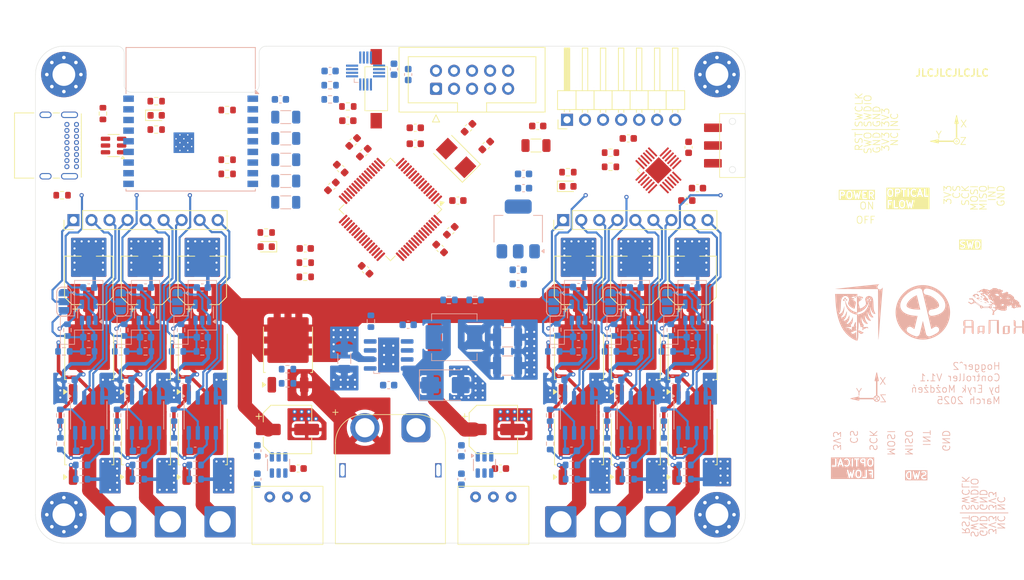
<source format=kicad_pcb>
(kicad_pcb (version 20240108) (generator "pcbnew") (generator_version "8.0")
  (layers (0 "F.Cu" signal) (1 "In1.Cu" signal) (2 "In2.Cu" signal) (31 "B.Cu" signal) (34 "B.Paste" user) (35 "F.Paste" user) (36 "B.SilkS" user "B.Silkscreen") (37 "F.SilkS" user "F.Silkscreen") (38 "B.Mask" user) (39 "F.Mask" user) (44 "Edge.Cuts" user))
  (net 0 "")
  (net 1 "GND")
  (net 2 "+3.3V")
  (net 3 "/microcontroller/ESP_EN")
  (net 4 "/microcontroller/STM_RESET")
  (net 5 "/microcontroller/STM_OSC_IN")
  (net 6 "/microcontroller/STM_OSC_OUT")
  (net 7 "/microcontroller/ESP_BOOT")
  (net 8 "Net-(U5-BOOT)")
  (net 9 "/power/BATTERY_IN")
  (net 10 "VBUS")
  (net 11 "Net-(D3-K)")
  (net 12 "/microcontroller/STM_VCAP")
  (net 13 "+5V")
  (net 14 "VBUS_SENSE")
  (net 15 "/sensors/IMU_REGOUT")
  (net 16 "/sensors/IMU_CPOUT")
  (net 17 "Net-(U5-SS)")
  (net 18 "/sensors/MAG_SETP")
  (net 19 "/sensors/MAG_SETC")
  (net 20 "/sensors/MAG_C1")
  (net 21 "/motor1/PHASE_U")
  (net 22 "Net-(U9-BST)")
  (net 23 "/motor1/BEMF_U")
  (net 24 "Net-(D1-A)")
  (net 25 "Net-(D2-A)")
  (net 26 "Net-(D4-A)")
  (net 27 "/microcontroller/STM_LED")
  (net 28 "/motor1/BEMF_V")
  (net 29 "/microcontroller/ESP_USB_D-")
  (net 31 "/motor1/PHASE_V")
  (net 34 "/microcontroller/ESP_USB_D+")
  (net 36 "/microcontroller/ESP_USB_CC2")
  (net 39 "/microcontroller/ESP_USB_CC1")
  (net 40 "FLOW_MISO")
  (net 41 "FLOW_INT")
  (net 42 "FLOW_MOSI")
  (net 43 "FLOW_SCK")
  (net 44 "FLOW_CS")
  (net 45 "MOTOR1_BEMF_U")
  (net 46 "Net-(U11-BST)")
  (net 47 "MOTOR1_BEMF_V")
  (net 48 "/motor1/BEMF_W")
  (net 49 "/motor1/PHASE_W")
  (net 50 "MOTOR1_BEMF_W")
  (net 51 "MOTOR2_BEMF_U")
  (net 52 "Net-(U13-BST)")
  (net 53 "MOTOR2_BEMF_V")
  (net 54 "/motor2/PHASE_U")
  (net 55 "Net-(U15-BST)")
  (net 56 "MOTOR2_BEMF_W")
  (net 57 "Net-(Q1-G)")
  (net 58 "Net-(Q2-G)")
  (net 59 "Net-(Q3-G)")
  (net 60 "Net-(Q4-G)")
  (net 61 "Net-(Q5-G)")
  (net 62 "Net-(Q6-G)")
  (net 63 "Net-(Q7-G)")
  (net 64 "Net-(Q8-G)")
  (net 65 "Net-(Q9-G)")
  (net 66 "Net-(Q10-G)")
  (net 67 "Net-(Q11-G)")
  (net 68 "Net-(Q12-G)")
  (net 69 "Net-(Q13-G)")
  (net 70 "/microcontroller/ESP_IO8")
  (net 71 "/microcontroller/ESP_IO2")
  (net 72 "/microcontroller/ESP_LED")
  (net 73 "/motor2/BEMF_U")
  (net 74 "/motor2/BEMF_V")
  (net 75 "/microcontroller/STM_SWCLK")
  (net 76 "/microcontroller/STM_SWDIO")
  (net 77 "IMU_SDA")
  (net 78 "IMU_SCL")
  (net 79 "/motor2/PHASE_V")
  (net 80 "Net-(U17-BST)")
  (net 81 "Net-(J1-D--PadA7)")
  (net 82 "Net-(J1-D+-PadA6)")
  (net 83 "/motor2/BEMF_W")
  (net 84 "/motor2/PHASE_W")
  (net 85 "Net-(U19-BST)")
  (net 86 "/microcontroller/ESP_TXD")
  (net 90 "/microcontroller/ESP_RXD")
  (net 91 "MOTOR2_PWM_UL")
  (net 92 "IMU_INT")
  (net 93 "MOTOR1_PWM_WH")
  (net 94 "MOTOR1_PWM_WL")
  (net 95 "MOTOR2_PWM_VL")
  (net 96 "MOTOR2_PWM_VH")
  (net 97 "MOTOR1_PWM_UH")
  (net 98 "MOTOR1_PWM_VL")
  (net 99 "MOTOR1_PWM_UL")
  (net 100 "MOTOR2_PWM_WL")
  (net 101 "MOTOR2_PWM_UH")
  (net 103 "MOTOR2_PWM_WH")
  (net 104 "MOTOR1_PWM_VH")
  (net 138 "Net-(JP1-A)")
  (net 139 "Net-(JP2-A)")
  (net 140 "Net-(JP3-A)")
  (net 141 "Net-(JP4-A)")
  (net 142 "Net-(JP5-A)")
  (net 143 "Net-(JP6-A)")
  (net 144 "Net-(SW2-A)")
  (net 145 "Net-(U5-FB)")
  (net 146 "Net-(U5-RT{slash}SYNC)")
  (net 147 "MAG_SDA")
  (net 148 "MAG_SCL")
  (net 149 "Net-(U9-GH)")
  (net 150 "Net-(U9-GL)")
  (net 151 "/motor1/BEMF_ZERO")
  (net 152 "Net-(U11-GH)")
  (net 153 "Net-(U11-GL)")
  (net 154 "Net-(U13-GH)")
  (net 155 "Net-(U13-GL)")
  (net 156 "Net-(U15-GH)")
  (net 157 "Net-(U15-GL)")
  (net 158 "/motor2/BEMF_ZERO")
  (net 159 "Net-(U17-GH)")
  (net 160 "Net-(U17-GL)")
  (net 161 "Net-(U19-GH)")
  (net 162 "Net-(U19-GL)")
  (net 163 "/microcontroller/ESP_CS")
  (net 164 "/microcontroller/ESP_SCK")
  (net 165 "/microcontroller/ESP_MISO")
  (net 166 "/microcontroller/ESP_HANDSHAKE")
  (net 167 "SERVO2_DATA")
  (net 168 "/microcontroller/ESP_RDY")
  (net 169 "MAG_INT")
  (net 171 "/microcontroller/ESP_MOSI")
  (net 173 "SERVO1_DATA")
  (net 190 "/servos/SERVO1_TTL")
  (net 191 "/servos/SERVO2_TTL")
  (footprint "Capacitor_SMD:C_0603_1608Metric" (layer "F.Cu") (at 159.5 71.75)
    (property "Reference" "C6" (hide yes))
    (property "Value" "100n")
  )
  (footprint "Capacitor_SMD:C_1206_3216Metric" (layer "F.Cu") (at 170.5 64 180)
    (property "Reference" "C32" (hide yes))
    (property "Value" "10u/50V")
  )
  (footprint "Capacitor_SMD:C_0603_1608Metric" (layer "F.Cu") (at 141.75 69.75 45)
    (property "Reference" "C3" (hide yes))
    (property "Value" "100n")
  )
  (footprint "Package_TO_SOT_SMD:SOT-23-6" (layer "F.Cu") (at 111 64 180)
    (property "Reference" "U1" (hide yes))
    (property "Value" "USBLC6-2SC6")
  )
  (footprint "Resistor_SMD:R_0603_1608Metric" (layer "F.Cu") (at 127 59)
    (property "Reference" "R8" (hide yes))
    (property "Value" "10k")
  )
  (footprint "Resistor_SMD:R_0603_1608Metric" (layer "F.Cu") (at 144 58.5)
    (property "Reference" "R4" (hide yes))
    (property "Value" "10k")
  )
  (footprint "Capacitor_SMD:C_0603_1608Metric" (layer "F.Cu") (at 137 109.5)
    (property "Reference" "C72" (hide yes))
    (property "Value" "100n")
  )
  (footprint "hogger2:XT60PW-M" (layer "F.Cu") (at 150 109.75 180)
    (property "Reference" "J3" (hide yes))
    (property "Value" "XT-60")
  )
  (footprint "Resistor_SMD:R_0603_1608Metric" (layer "F.Cu") (at 138 82.5)
    (property "Reference" "R11" (hide yes))
    (property "Value" "47k")
  )
  (footprint "Package_TO_SOT_SMD:TO-252-2" (layer "F.Cu") (at 176.5725 105.66 90)
    (property "Reference" "Q9" (hide yes))
    (property "Value" "IPD90N04S4L04")
  )
  (footprint "LED_SMD:LED_0603_1608Metric" (layer "F.Cu") (at 117 59.75)
    (property "Reference" "D1" (hide yes))
    (property "Value" "YELLOW")
  )
  (footprint "hogger2:spst_6x3mm" (layer "F.Cu") (at 148 56 -90)
    (property "Reference" "SW1" (hide yes))
    (property "Value" "SW_Push")
  )
  (footprint "Package_TO_SOT_SMD:TO-252-2" (layer "F.Cu") (at 135.5725 92.66 90)
    (property "Reference" "Q1" (hide yes))
    (property "Value" "DMPH4013SK3")
  )
  (footprint "Capacitor_SMD:C_0603_1608Metric" (layer "F.Cu") (at 165.5 109.5)
    (property "Reference" "C76" (hide yes))
    (property "Value" "100n")
  )
  (footprint "Connector_PinHeader_2.54mm:PinHeader_1x09_P2.54mm_Vertical" (layer "F.Cu") (at 105.35 74.5 90)
    (property "Reference" "J8" (hide yes))
    (property "Value" "Conn_01x09")
  )
  (footprint "Connector_Wire:SolderWire-2.5sqmm_1x01_D2.4mm_OD4.4mm" (layer "F.Cu") (at 112 117 90)
    (property "Reference" "J5" (hide yes))
    (property "Value" "Conn_01x01")
  )
  (footprint "hogger2:Molex-MiniSPOX-22057035-5268" (layer "F.Cu") (at 135.5 113.5)
    (property "Reference" "J13" (hide yes))
    (property "Value" "Mini-SPOX")
  )
  (footprint "Capacitor_SMD:C_0603_1608Metric" (layer "F.Cu") (at 157 78.5 -45)
    (property "Reference" "C18" (hide yes))
    (property "Value" "2.2u")
  )
  (footprint "Capacitor_SMD:C_0603_1608Metric" (layer "F.Cu") (at 170.75 61.25 180)
    (property "Reference" "C33" (hide yes))
    (property "Value" "100n")
  )
  (footprint "Capacitor_SMD:C_0603_1608Metric" (layer "F.Cu") (at 143 67.25 135)
    (property "Reference" "C19" (hide yes))
    (property "Value" "2.2u")
  )
  (footprint "Package_TO_SOT_SMD:TO-252-2" (layer "F.Cu") (at 107.5725 93.66 90)
    (property "Reference" "Q2" (hide yes))
    (property "Value" "IPD90N04S4L04")
  )
  (footprint "MountingHole:MountingHole_3.2mm_M3_Pad_Via" (layer "F.Cu") (at 104 116)
    (property "Reference" "H3" (hide yes))
    (property "Value" "MountingHole_Pad")
  )
  (footprint "Connector_Wire:SolderWire-2.5sqmm_1x01_D2.4mm_OD4.4mm" (layer "F.Cu") (at 126 117 90)
    (property "Reference" "J7" (hide yes))
    (property "Value" "Conn_01x01")
  )
  (footprint "Package_TO_SOT_SMD:TO-252-2" (layer "F.Cu") (at 115.5725 93.66 90)
    (property "Reference" "Q4" (hide yes))
    (property "Value" "IPD90N04S4L04")
  )
  (footprint "hogger2:JS102011SAQN" (layer "F.Cu") (at 195.425 64 90)
    (property "Reference" "SW2" (hide yes))
    (property "Value" "SW_SPST")
    (fp_circle (center 3.4 2.75) (end 3.85 2.75) (stroke (width 0.05)) (fill none) (layer "Edge.Cuts"))
    (fp_circle (center -3.4 2.75) (end -2.95 2.75) (stroke (width 0.05)) (fill none) (layer "Edge.Cuts"))
  )
  (footprint "Capacitor_SMD:C_0603_1608Metric" (layer "F.Cu") (at 144 60.5 180)
    (property "Reference" "C9" (hide yes))
    (property "Value" "100n")
  )
  (footprint "Connector_Wire:SolderWire-2.5sqmm_1x01_D2.4mm_OD4.4mm" (layer "F.Cu") (at 181 117 90)
    (property "Reference" "J10" (hide yes))
    (property "Value" "Conn_01x01")
  )
  (footprint "Resistor_SMD:R_0603_1608Metric" (layer "F.Cu") (at 103.75 71)
    (property "Reference" "R2" (hide yes))
    (property "Value" "5.1k")
  )
  (footprint "Capacitor_SMD:C_0603_1608Metric" (layer "F.Cu") (at 146.5 81.5 135)
    (property "Reference" "C4" (hide yes))
    (property "Value" "100n")
  )
  (footprint "Package_TO_SOT_SMD:TO-252-2" (layer "F.Cu") (at 192.5725 105.66 90)
    (property "Reference" "Q13" (hide yes))
    (property "Value" "IPD90N04S4L04")
  )
  (footprint "Connector_PinHeader_2.54mm:PinHeader_1x07_P2.54mm_Horizontal" (layer "F.Cu") (at 174.875 60.375 90)
    (property "Reference" "J4" (hide yes))
    (property "Value" "Conn_01x07")
  )
  (footprint "Capacitor_SMD:C_0603_1608Metric" (layer "F.Cu") (at 144.75 63.5 45)
    (property "Reference" "C1" (hide yes))
    (property "Value" "4.7u")
  )
  (footprint "LED_SMD:LED_0603_1608Metric" (layer "F.Cu") (at 132.5 78.25 180)
    (property "Reference" "D2" (hide yes))
    (property "Value" "BLUE")
  )
  (footprint "Package_TO_SOT_SMD:TO-252-2" (layer "F.Cu") (at 184.5725 93.66 90)
    (property "Reference" "Q10" (hide yes))
    (property "Value" "IPD90N04S4L04")
  )
  (footprint "Connector_Wire:SolderWire-2.5sqmm_1x01_D2.4mm_OD4.4mm" (layer "F.Cu") (at 119 117 90)
    (property "Reference" "J6" (hide yes))
    (property "Value" "Conn_01x01")
  )
  (footprint "MountingHole:MountingHole_3.2mm_M3_Pad_Via" (layer "F.Cu") (at 196 54)
    (property "Reference" "H2" (hide yes))
    (property "Value" "MountingHole_Pad")
  )
  (footprint "Capacitor_SMD:CP_Elec_6.3x7.7" (layer "F.Cu") (at 107.5 83 90)
    (property "Reference" "C43" (hide yes))
    (property "Value" "47u/50V")
  )
  (footprint "Resistor_SMD:R_0603_1608Metric" (layer "F.Cu") (at 127 66)
    (property "Reference" "R6" (hide yes))
    (property "Value" "10k")
  )
  (footprint "Capacitor_SMD:CP_Elec_6.3x7.7" (layer "F.Cu") (at 164.5 104)
    (property "Reference" "C75" (hide yes))
    (property "Value" "47u/50V")
  )
  (footprint "Package_TO_SOT_SMD:TO-252-2" (layer "F.Cu") (at 192.5725 93.66 90)
    (property "Reference" "Q12" (hide yes))
    (property "Value" "IPD90N04S4L04")
  )
  (footprint "Package_TO_SOT_SMD:TO-252-2" (layer "F.Cu") (at 123.5725 93.66 90)
    (property "Reference" "Q6" (hide yes))
    (property "Value" "IPD90N04S4L04")
  )
  (footprint "Connector_USB:USB_C_Receptacle_GCT_USB4085" (layer "F.Cu") (at 105.775 61.025 -90)
    (property "Reference" "J1" (hide yes))
    (property "Value" "USB_C_Receptacle_USB2.0_14P")
  )
  (footprint "Resistor_SMD:R_0603_1608Metric" (layer "F.Cu") (at 132.5 76.25 180)
    (property "Reference" "R9" (hide yes))
    (property "Value" "1k")
  )
  (footprint "Capacitor_SMD:C_0603_1608Metric" (layer "F.Cu") (at 191.75 71.75)
    (property "Reference" "C30" (hide yes))
    (property "Value" "100n")
  )
  (footprint "Package_TO_SOT_SMD:TO-252-2" (layer "F.Cu") (at 123.5725 105.66 90)
    (property "Reference" "Q7" (hide yes))
    (property "Value" "IPD90N04S4L04")
  )
  (footprint "hogger2:MPU6050_handsolder" (layer "F.Cu") (at 187.75 67.5 45)
    (property "Reference" "U6" (hide yes))
    (property "Value" "MPU-6050")
  )
  (footprint "Capacitor_SMD:C_0603_1608Metric" (layer "F.Cu") (at 158.5 76 -135)
    (property "Reference" "C5" (hide yes))
    (property "Value" "100n")
  )
  (footprint "Resistor_SMD:R_0603_1608Metric" (layer "F.Cu") (at 117 61.75 180)
    (property "Reference" "R7" (hide yes))
    (property "Value" "10k")
  )
  (footprint "Package_TO_SOT_SMD:TO-252-2" (layer "F.Cu") (at 115.5725 105.66 90)
    (property "Reference" "Q5" (hide yes))
    (property "Value" "IPD90N04S4L04")
  )
  (footprint "Connector_Wire:SolderWire-2.5sqmm_1x01_D2.4mm_OD4.4mm" (layer "F.Cu") (at 188 117 90)
    (property "Reference" "J11" (hide yes))
    (property "Value" "Conn_01x01")
  )
  (footprint "Capacitor_SMD:CP_Elec_6.3x7.7" (layer "F.Cu") (at 176.5 83 90)
    (property "Reference" "C58" (hide yes))
    (property "Value" "47u/50V")
  )
  (footprint "Capacitor_SMD:C_0603_1608Metric" (layer "F.Cu") (at 153.5 63.75)
    (property "Reference" "C7" (hide yes))
    (property "Value" "100n")
  )
  (footprint "Resistor_SMD:R_0603_1608Metric" (layer "F.Cu") (at 181 67 180)
    (property "Reference" "R18" (hide yes))
    (property "Value" "4.7k")
  )
  (footprint "Capacitor_SMD:C_0603_1608Metric" (layer "F.Cu") (at 146.25 65 45)
    (property "Reference" "C2" (hide yes))
    (property "Value" "100n")
  )
  (footprint "MountingHole:MountingHole_3.2mm_M3_Pad_Via" (layer "F.Cu") (at 196 116)
    (property "Reference" "H4" (hide yes))
    (property "Value" "MountingHole_Pad")
  )
  (footprint "Resistor_SMD:R_0603_1608Metric" (layer "F.Cu") (at 175 67.75)
    (property "Reference" "R17" (hide yes))
    (property "Value" "1k")
  )
  (footprint "Connector_IDC:IDC-Header_2x05_P2.54mm_Vertical" (layer "F.Cu") (at 156.42 56.0025 90)
    (property "Reference" "J2" (hide yes))
    (property "Value" "IDC-10")
  )
  (footprint "Capacitor_SMD:C_0603_1608Metric" (layer "F.Cu") (at 153.5 61.5)
    (property "Reference" "C8" (hide yes))
    (property "Value" "1u")
  )
  (footprint "Capacitor_SMD:CP_Elec_6.3x7.7" (layer "F.Cu") (at 192.5 83 90)
    (property "Reference" "C68" (hide yes))
    (property "Value" "47u/50V")
  )
  (footprint "LED_SMD:LED_0603_1608Metric" (layer "F.Cu") (at 175 69.75)
    (property "Reference" "D4" (hide yes))
    (property "Value" "RED")
  )
  (footprint "Capacitor_SMD:C_0603_1608Metric" (layer "F.Cu") (at 163.5 64 45)
    (property "Reference" "C16" (hide yes))
    (property "Value" "22p")
  )
  (footprint "Capacitor_SMD:CP_Elec_6.3x7.7" (layer "F.Cu") (at 115.5 83 90)
    (property "Reference" "C48" (hide yes))
    (property "Value" "47u/50V")
  )
  (footprint "Connector_Wire:SolderWire-2.5sqmm_1x01_D2.4mm_OD4.4mm" (layer "F.Cu") (at 174 117 90)
    (property "Reference" "J9" (hide yes))
    (property "Value" "Conn_01x01")
  )
  (footprint "Package_TO_SOT_SMD:TO-252-2" (layer "F.Cu") (at 107.5725 105.66 90)
    (property "Reference" "Q3" (hide yes))
    (property "Value" "IPD90N04S4L04")
  )
  (footprint "Connector_PinHeader_2.54mm:PinHeader_1x09_P2.54mm_Vertical" (layer "F.Cu") (at 174.34 74.5 90)
    (property "Reference" "J12" (hide yes))
    (property "Value" "Conn_01x09")
  )
  (footprint "Capacitor_SMD:CP_Elec_6.3x7.7" (layer "F.Cu") (at 123.5 83 90)
    (property "Reference" "C53" (hide yes))
    (property "Value" "47u/50V")
  )
  (footprint "Package_QFP:LQFP-64_10x10mm_P0.5mm" (layer "F.Cu") (at 150 73 -135)
    (property "Reference" "U2" (hide yes))
    (property "Value" "STM32H523RETx")
  )
  (footprint "Capacitor_SMD:CP_Elec_6.3x7.7" (layer "F.Cu") (at 184.4275 83 90)
    (property "Reference" "C63" (hide yes))
    (property "Value" "47u/50V")
  )
  (footprint "Crystal:Crystal_SMD_5032-2Pin_5.0x3.2mm" (layer "F.Cu") (at 159.25 65.75 135)
    (property "Reference" "Y1" (hide yes))
    (property "Value" "8MHz")
  )
  (footprint "Capacitor_SMD:C_0603_1608Metric" (layer "F.Cu") (at 183.5 63 180)
    (property "Reference" "C35" (hide yes))
    (property "Value" "2.2n")
  )
  (footprint "Capacitor_SMD:CP_Elec_6.3x7.7" (layer "F.Cu") (at 135.5 104)
    (property "Reference" "C71" (hide yes))
    (property "Value" "47u/50V")
  )
  (footprint "Resistor_SMD:R_0603_1608Metric" (layer "F.Cu") (at 181 65)
    (property "Reference" "R19" (hide yes))
    (property "Value" "4.7k")
  )
  (footprint "Resistor_SMD:R_0603_1608Metric" (layer "F.Cu") (at 138 80.5 180)
    (property "Reference" "R13" (hide yes))
    (property "Value" "10k")
  )
  (footprint "Resistor_SMD:R_0603_1608Metric" (layer "F.Cu") (at 109.5 59.5 -90)
    (property "Reference" "R1" (hide yes))
    (property "Value" "5.1k")
  )
  (footprint "Package_TO_SOT_SMD:TO-252-2" (layer "F.Cu") (at 184.5725 105.66 90)
    (property "Reference" "Q11" (hide yes))
    (property "Value" "IPD90N04S4L04")
  )
  (footprint "Resistor_SMD:R_0603_1608Metric" (layer "F.Cu") (at 127 68)
    (property "Reference" "R5" (hide yes))
    (property "Value" "10k")
  )
  (footprint "Package_TO_SOT_SMD:TO-252-2" (layer "F.Cu") (at 176.5725 93.66 90)
    (property "Reference" "Q8" (hide yes))
    (property "Value" "IPD90N04S4L04")
  )
  (footprint "Capacitor_SMD:C_0603_1608Metric" (layer "F.Cu") (at 138 78.5 180)
    (property "Reference" "C20" (hide yes))
    (property "Value" "100n")
  )
  (footprint "Capacitor_SMD:C_0603_1608Metric" (layer "F.Cu") (at 161 61.5 45)
    (property "Reference" "C17" (hide yes))
    (property "Value" "22p")
  )
  (footprint "MountingHole:MountingHole_3.2mm_M3_Pad_Via" (layer "F.Cu") (at 104 54)
    (property "Reference" "H1" (hide yes))
    (property "Value" "MountingHole_Pad")
  )
  (footprint "Resistor_SMD:R_0603_1608Metric" (layer "F.Cu") (at 117 57.75)
    (property "Reference" "R3" (hide yes))
    (property "Value" "1k")
  )
  (footprint "Capacitor_SMD:C_0603_1608Metric" (layer "F.Cu") (at 192 64.25 90)
    (property "Reference" "C31" (hide yes))
    (property "Value" "100n")
  )
  (footprint "Capacitor_SMD:C_0603_1608Metric" (layer "F.Cu") (at 193.25 70)
    (property "Reference" "C34" (hide yes))
    (property "Value" "100n")
  )
  (footprint "hogger2:Molex-MiniSPOX-22057035-5268" (layer "F.Cu") (at 164.5 113.5)
    (property "Reference" "J14" (hide yes))
    (property "Value" "Mini-SPOX")
  )
  (footprint "LOGO" (layer "B.Cu") (at 216 87.5 180)
    (property "Reference" "G***" (hide yes))
    (property "Value" "LOGO" (hide yes))
  )
  (footprint "Capacitor_SMD:C_0603_1608Metric" (layer "B.Cu") (at 173.75 97)
    (property "Reference" "C54" (hide yes))
    (property "Value" "1u/50V")
  )
  (footprint "Resistor_SMD:R_0603_1608Metric" (layer "B.Cu") (at 141.5 57.5 180)
    (property "Reference" "R20" (hide yes))
    (property "Value" "4.7k")
  )
  (footprint "Resistor_SMD:R_0603_1608Metric" (layer "B.Cu") (at 158.25 85.75 180)
    (property "Reference" "R16" (hide yes))
    (property "Value" "17.8k")
  )
  (footprint "Resistor_SMD:R_0603_1608Metric" (layer "B.Cu") (at 111.5 102 -90)
    (property "Reference" "R32" (hide yes))
    (property "Value" "68")
  )
  (footprint "Capacitor_SMD:C_1206_3216Metric" (layer "B.Cu") (at 143.5 94 -90)
    (property "Reference" "C26" (hide yes))
    (property "Value" "10u/50V")
  )
  (footprint "Capacitor_SMD:C_0603_1608Metric" (layer "B.Cu") (at 191.5 107)
    (property "Reference" "C67" (hide yes))
    (property "Value" "100n/50V")
  )
  (footprint "Resistor_SMD:R_0603_1608Metric" (layer "B.Cu") (at 114.5 109 180)
    (property "Reference" "R35" (hide yes))
    (property "Value" "68")
  )
  (footprint "Jumper:SolderJumper-3_P1.3mm_Open_RoundedPad1.0x1.5mm" (layer "B.Cu") (at 120 86 -90)
    (property "Reference" "JP3" (hide yes))
    (property "Value" "SolderJumper_3_Open")
  )
  (footprint "Package_SO:SOIC-8_3.9x4.9mm_P1.27mm" (layer "B.Cu") (at 123.5 102 -90)
    (property "Reference" "U13" (hide yes))
    (property "Value" "LM2105D")
  )
  (footprint "Resistor_SMD:R_0603_1608Metric" (layer "B.Cu") (at 120.5 90 90)
    (property "Reference" "R33" (hide yes))
    (property "Value" "220k")
  )
  (footprint "Capacitor_SMD:C_0603_1608Metric" (layer "B.Cu") (at 181.75 97)
    (property "Reference" "C60" (hide yes))
    (property "Value" "1u/50V")
  )
  (footprint "Jumper:SolderJumper-3_P1.3mm_Open_RoundedPad1.0x1.5mm" (layer "B.Cu") (at 112 86 -90)
    (property "Reference" "JP2" (hide yes))
    (property "Value" "SolderJumper_3_Open")
  )
  (footprint "Resistor_SMD:R_0603_1608Metric" (layer "B.Cu") (at 112 93)
    (property "Reference" "R28" (hide yes))
    (property "Value" "47k")
  )
  (footprint "Package_TO_SOT_SMD:SOT-223-3_TabPin2" (layer "B.Cu") (at 168 75.75 90)
    (property "Reference" "U4" (hide yes))
    (property "Value" "LM1117MP-3.3")
  )
  (footprint "Resistor_SMD:R_0603_1608Metric" (layer "B.Cu") (at 122.5 111)
    (property "Reference" "R42" (hide yes))
    (property "Value" "47k")
  )
  (footprint "Diode_SMD:D_SMB" (layer "B.Cu") (at 157.75 97.75)
    (property "Reference" "D3" (hide yes))
    (property "Value" "SK56")
  )
  (footprint "Capacitor_SMD:C_0603_1608Metric" (layer "B.Cu") (at 134.5 57.5)
    (property "Reference" "C15" (hide yes))
    (property "Value" "100n")
  )
  (footprint "Capacitor_SMD:C_0603_1608Metric" (layer "B.Cu") (at 114.5 107)
    (property "Reference" "C47" (hide yes))
    (property "Value" "100n/50V")
  )
  (footprint "Capacitor_SMD:C_1206_3216Metric" (layer "B.Cu") (at 135.25 72)
    (property "Reference" "C10" (hide yes))
    (property "Value" "100u")
  )
  (footprint "Capacitor_SMD:C_1206_3216Metric" (layer "B.Cu") (at 135.25 60)
    (property "Reference" "C14" (hide yes))
    (property "Value" "100u")
  )
  (footprint "Resistor_SMD:R_0603_1608Metric" (layer "B.Cu") (at 104.5 90 90)
    (property "Reference" "R29" (hide yes))
    (property "Value" "220k")
  )
  (footprint "Resistor_SMD:R_0603_1608Metric" (layer "B.Cu") (at 119.5 106 -90)
    (property "Reference" "R40" (hide yes))
    (property "Value" "47k")
  )
  (footprint "Resistor_SMD:R_0603_1608Metric" (layer "B.Cu") (at 173.5 89.95 90)
    (property "Reference" "R50" (hide yes))
    (property "Value" "220k")
  )
  (footprint "Resistor_SMD:R_0603_1608Metric" (layer "B.Cu") (at 183.5 109 180)
    (property "Reference" "R56" (hide yes))
    (property "Value" "68")
  )
  (footprint "Capacitor_SMD:C_0603_1608Metric" (layer "B.Cu") (at 184.5 91)
    (property "Reference" "C61" (hide yes))
    (property "Value" "1n")
  )
  (footprint "Package_SO:SOIC-8_3.9x4.9mm_P1.27mm" (layer "B.Cu") (at 192.5 102 -90)
    (property "Reference" "U19" (hide yes))
    (property "Value" "LM2105D")
  )
  (footprint "Package_TO_SOT_SMD:SOT-23-5" (layer "B.Cu") (at 107.5 87.5 90)
    (property "Reference" "U8" (hide yes))
    (property "Value" "MCP6541")
  )
  (footprint "Resistor_SMD:R_0603_1608Metric" (layer "B.Cu") (at 135.5 97.5 180)
    (property "Reference" "R10" (hide yes))
    (property "Value" "10k")
  )
  (footprint "hogger2:HMC5883L_handsolder" (layer "B.Cu") (at 146.5 53.5)
    (property "Reference" "U7" (hide yes))
    (property "Value" "HMC5883L")
  )
  (footprint "Package_TO_SOT_SMD:SOT-23-5" (layer "B.Cu") (at 184.5 87.5 90)
    (property "Reference" "U16" (hide yes))
    (property "Value" "MCP6541")
  )
  (footprint "Capacitor_SMD:C_0603_1608Metric" (layer "B.Cu") (at 152.5 54 -90)
    (property "Reference" "C38" (hide yes))
    (property "Value" "4.7u")
  )
  (footprint "Jumper:SolderJumper-3_P1.3mm_Open_RoundedPad1.0x1.5mm" (layer "B.Cu") (at 104 86 -90)
    (property "Reference" "JP1" (hide yes))
    (property "Value" "SolderJumper_3_Open")
  )
  (footprint "Resistor_SMD:R_0603_1608Metric" (layer "B.Cu") (at 188.5 106 -90)
    (property "Reference" "R61" (hide yes))
    (property "Value" "47k")
  )
  (footprint "Capacitor_SMD:C_1210_3225Metric" (layer "B.Cu") (at 166.5 95)
    (property "Reference" "C28" (hide yes))
    (property "Value" "47u/16V")
  )
  (footprint "Package_SO:SOIC-8_3.9x4.9mm_P1.27mm" (layer "B.Cu") (at 115.5 102 -90)
    (property "Reference" "U11" (hide yes))
    (property "Value" "LM2105D")
  )
  (footprint "Resistor_SMD:R_0603_1608Metric" (layer "B.Cu") (at 189.5 90 90)
    (property "Reference" "R54" (hide yes))
    (property "Value" "220k")
  )
  (footprint "Resistor_SMD:R_0603_1608Metric" (layer "B.Cu") (at 120 93)
    (property "Reference" "R37" (hide yes))
    (property "Value" "47k")
  )
  (footprint "Capacitor_SMD:C_1210_3225Metric" (layer "B.Cu") (at 166.5 91)
    (property "Reference" "C27" (hide yes))
    (property "Value" "47u/16V")
  )
  (footprint "Capacitor_SMD:C_0603_1608Metric" (layer "B.Cu") (at 189.75 97)
    (property "Reference" "C66" (hide yes))
    (property "Value" "1u/50V")
  )
  (footprint "Resistor_SMD:R_0603_1608Metric" (layer "B.Cu") (at 106.5 111)
    (property "Reference" "R27" (hide yes))
    (property "Value" "47k")
  )
  (footprint "Resistor_SMD:R_0603_1608Metric" (layer "B.Cu") (at 147.25 88.75 90)
    (property "Reference" "R15" (hide yes))
    (property "Value" "49.9k")
  )
  (footprint "Capacitor_SMD:C_0603_1608Metric" (layer "B.Cu") (at 184.5 84 180)
    (property "Reference" "C59" (hide yes))
    (property "Value" "100n")
  )
  (footprint "Resistor_SMD:R_0603_1608Metric" (layer "B.Cu") (at 123.5 93)
    (property "Reference" "R38" (hide yes))
    (property "Value" "10k")
  )
  (footprint "RF_Module:ESP32-C3-WROOM-02" (layer "B.Cu") (at 121.86 63.4 180)
    (property "Reference" "U3" (hide yes))
    (property "Value" "ESP32-C3-WROOM-02")
  )
  (footprint "Capacitor_SMD:C_0603_1608Metric" (layer "B.Cu") (at 192.5 84 180)
    (property "Reference" "C64" (hide yes))
    (property "Value" "100n")
  )
  (footprint "Resistor_SMD:R_0603_1608Metric" (layer "B.Cu") (at 181.5 90 90)
    (property "Reference" "R52" (hide yes))
    (property "Value" "220k")
  )
  (footprint "Resistor_SMD:R_0603_1608Metric" (layer "B.Cu") (at 188.5 102 -90)
    (property "Reference" "R60" (hide yes))
    (property "Value" "68")
  )
  (footprint "Capacitor_SMD:C_0603_1608Metric" (layer "B.Cu") (at 131.25 111 -90)
    (property "Reference" "C70" (hide yes))
    (property "Value" "100n")
  )
  (footprint "Resistor_SMD:R_0603_1608Metric" (layer "B.Cu") (at 191.5 109 180)
    (property "Reference" "R62" (hide yes))
    (property "Value" "68")
  )
  (footprint "Resistor_SMD:R_0603_1608Metric" (layer "B.Cu") (at 192.5 93)
    (property "Reference" "R59" (hide yes))
    (property "Value" "10k")
  )
  (footprint "Resistor_SMD:R_0603_1608Metric" (layer "B.Cu") (at 115.5 93)
    (property "Reference" "R30" (hide yes))
    (property "Value" "10k")
  )
  (footprint "Capacitor_SMD:C_0603_1608Metric" (layer "B.Cu") (at 112.75 97)
    (property "Reference" "C45" (hide yes))
    (property "Value" "1u/50V")
  )
  (footprint "Resistor_SMD:R_0603_1608Metric" (layer "B.Cu") (at 103.5 102 -90)
    (property "Reference" "R23" (hide yes))
    (property "Value" "68")
  )
  (footprint "Package_SO:SOIC-8_3.9x4.9mm_P1.27mm" (layer "B.Cu") (at 184.5 102 -90)
    (property "Reference" "U17" (hide yes))
    (property "Value" "LM2105D")
  )
  (footprint "Resistor_SMD:R_0603_1608Metric" (layer "B.Cu") (at 189 93)
    (property "Reference" "R58" (hide yes))
    (property "Value" "47k")
  )
  (footprint "Capacitor_SMD:C_0603_1608Metric" (layer "B.Cu") (at 115.5 84 180)
    (property "Reference" "C44" (hide yes))
    (property "Value" "100n")
  )
  (footprint "Capacitor_SMD:C_1206_3216Metric" (layer "B.Cu") (at 135.25 66)
    (property "Reference" "C12" (hide yes))
    (property "Value" "100u")
  )
  (footprint "Capacitor_SMD:C_0603_1608Metric" (layer "B.Cu") (at 168.75 70)
    (property "Reference" "C24" (hide yes))
    (property "Value" "4.7u")
  )
  (footprint "LOGO" (layer "B.Cu") (at 225 87.5 180)
    (property "Reference" "G***" (hide yes))
    (property "Value" "LOGO" (hide yes))
  )
  (footprint "Package_TO_SOT_SMD:SOT-23-6" (layer "B.Cu") (at 163.25 109 -90)
    (property "Reference" "U21" (hide yes))
    (property "Value" "TXS0101DBV")
  )
  (footprint "Resistor_SMD:R_0603_1608Metric" (layer "B.Cu") (at 180.5 106 -90)
    (property "Reference" "R55" (hide yes))
    (property "Value" "47k")
  )
  (footprint "Package_SO:SOIC-8_3.9x4.9mm_P1.27mm" (layer "B.Cu") (at 176.5 102 -90)
    (property "Reference" "U15" (hide yes))
    (property "Value" "LM2105D")
  )
  (footprint "Resistor_SMD:R_0603_1608Metric" (layer "B.Cu") (at 119.5 102 -90)
    (property "Reference" "R39" (hide yes))
    (property "Value" "68")
  )
  (footprint "Resistor_SMD:R_0603_1608Metric" (layer "B.Cu") (at 180.5 102 -90)
    (property "Reference" "R53" (hide yes))
    (property "Value" "68")
  )
  (footprint "Resistor_SMD:R_0603_1608Metric" (layer "B.Cu") (at 172.5 102 -90)
    (property "Reference" "R44" (hide yes))
    (property "Value" "68")
  )
  (footprint "Capacitor_SMD:C_0603_1608Metric" (layer "B.Cu") (at 175.5 107)
    (property "Reference" "C56" (hide yes))
    (property "Value" "100n/50V")
  )
  (footprint "Jumper:SolderJumper-3_P1.3mm_Open_RoundedPad1.0x1.5mm" (layer "B.Cu") (at 173 86 -90)
    (property "Reference" "JP4" (hide yes))
    (property "Value" "SolderJumper_3_Open")
  )
  (footprint "Resistor_SMD:R_0603_1608Metric" (layer "B.Cu") (at 106.5 109 180)
    (property "Reference" "R26" (hide yes))
    (property "Value" "68")
  )
  (footprint "Capacitor_SMD:C_1206_3216Metric" (layer "B.Cu") (at 135.25 63)
    (property "Reference" "C13" (hide yes))
    (property "Value" "100u")
  )
  (footprint "Resistor_SMD:R_0603_1608Metric" (layer "B.Cu") (at 191.5 111)
    (property "Reference" "R63" (hide yes))
    (property "Value" "47k")
  )
  (footprint "hogger2:LV14340" (layer "B.Cu") (at 149.75 93.5)
    (property "Reference" "U5" (hide yes))
    (property "Value" "LV14340")
  )
  (footprint "Resistor_SMD:R_0603_1608Metric" (layer "B.Cu") (at 184.5 93)
    (property "Reference" "R51" (hide yes))
    (property "Value" "10k")
  )
  (footprint "Capacitor_SMD:C_0603_1608Metric" (layer "B.Cu") (at 123.5 91)
    (property "Reference" "C50" (hide yes))
    (property "Value" "1n")
  )
  (footprint "Capacitor_SMD:C_0603_1608Metric" (layer "B.Cu") (at 131.25 107 90)
    (property "Reference" "C69" (hide yes))
    (property "Value" "100n")
  )
  (footprint "Capacitor_SMD:C_0603_1608Metric" (layer "B.Cu") (at 160 111 -90)
    (property "Reference" "C74" (hide yes))
    (property "Value" "100n")
  )
  (footprint "Package_SO:SOIC-8_3.9x4.9mm_P1.27mm" (layer "B.Cu") (at 107.5 102 -90)
    (property "Reference" "U9" (hide yes))
    (property "Value" "LM2105D")
  )
  (footprint "Capacitor_SMD:C_0603_1608Metric" (layer "B.Cu") (at 122.5 107)
    (property "Reference" "C52" (hide yes))
    (property "Value" "100n/50V")
  )
  (footprint "Resistor_SMD:R_0603_1608Metric" (layer "B.Cu") (at 175.5 109 180)
    (property "Reference" "R47" (hide yes))
    (property "Value" "68")
  )
  (footprint "Capacitor_SMD:C_1206_3216Metric" (layer "B.Cu") (at 135.25 69)
    (property "Reference" "C11" (hide yes))
    (property "Value" "100u")
  )
  (footprint "Resistor_SMD:R_0603_1608Metric" (layer "B.Cu") (at 107.5 93)
    (property "Reference" "R24" (hide yes))
    (property "Value" "10k")
  )
  (footprint "Capacitor_SMD:C_0603_1608Metric" (layer "B.Cu") (at 152.5 89.25 180)
    (property "Reference" "C29" (hide yes))
    (property "Value" "22n")
  )
  (footprint "Resistor_SMD:R_0603_1608Metric" (layer "B.Cu") (at 141.5 55.5 180)
    (property "Reference" "R21" (hide yes))
    (property "Value" "4.7k")
  )
  (footprint "Package_TO_SOT_SMD:SOT-23-5" (layer "B.Cu") (at 192.5 87.5 90)
    (property "Reference" "U18" (hide yes))
    (property "Value" "MCP6541")
  )
  (footprint "Resistor_SMD:R_0603_1608Metric" (layer "B.Cu") (at 104 93)
    (property "Reference" "R22" (hide yes))
    (property "Value" "47k")
  )
  (footprint "Resistor_SMD:R_0603_1608Metric" (layer "B.Cu") (at 173 93)
    (property "Reference" "R43" (hide yes))
    (property "Value" "47k")
  )
  (footprint "Resistor_SMD:R_0603_1608Metric" (layer "B.Cu") (at 175.5 111)
    (property "Reference" "R48" (hide yes))
    (property "Value" "47k")
  )
  (footprint "Capacitor_SMD:C_0603_1608Metric" (layer "B.Cu") (at 168 81.5)
    (property "Reference" "C23" (hide yes))
    (property "Value" "4.7u")
  )
  (footprint "Capacitor_SMD:C_0603_1608Metric" (layer "B.Cu") (at 120.75 97)
    (property "Reference" "C51" (hide yes))
    (property "Value" "1u/50V")
  )
  (footprint "Package_TO_SOT_SMD:SOT-23-5" (layer "B.Cu") (at 115.5 87.5 90)
    (property "Reference" "U10" (hide yes))
    (property "Value" "MCP6541")
  )
  (footprint "Capacitor_SMD:C_0603_1608Metric" (layer "B.Cu") (at 115.5 91)
    (property "Reference" "C46" (hide yes))
    (property "Value" "1n")
  )
  (footprint "Resistor_SMD:R_0603_1608Metric" (layer "B.Cu") (at 161.925 85.75 180)
    (property "Reference" "R14" (hide yes))
    (property "Value" "100k")
  )
  (footprint "Package_TO_SOT_SMD:SOT-23-5" (layer "B.Cu") (at 176.5 87.5 90)
    (property "Reference" "U14" (hide yes))
    (property "Value" "MCP6541")
  )
  (footprint "Resistor_SMD:R_0603_1608Metric" (layer "B.Cu") (at 112.5 90 90)
    (property "Reference" "R31" (hide yes))
    (property "Value" "220k")
  )
  (footprint "Capacitor_SMD:C_0603_1608Metric" (layer "B.Cu") (at 106.5 107)
    (property "Reference" "C41" (hide yes))
    (property "Value" "100n/50V")
  )
  (footprint "Jumper:SolderJumper-3_P1.3mm_Open_RoundedPad1.0x1.5mm" (layer "B.Cu") (at 181 86 -90)
    (property "Reference" "JP5" (hide yes))
    (property "Value" "SolderJumper_3_Open")
  )
  (footprint "Package_TO_SOT_SMD:SOT-23-5" (layer "B.Cu") (at 123.5 87.5 90)
    (property "Reference" "U12" (hide yes))
    (property "Value" "MCP6541")
  )
  (footprint "Capacitor_SMD:C_0603_1608Metric" (layer "B.Cu") (at 176.5 90.95)
    (property "Reference" "C57" (hide yes))
    (property "Value" "1n")
  )
  (footprint "Capacitor_SMD:C_0603_1608Metric" (layer "B.Cu") (at 107.5 91)
    (property "Reference" "C42" (hide yes))
    (property "Value" "1n")
  )
  (footprint "Resistor_SMD:R_0603_1608Metric" (layer "B.Cu") (at 135.5 95.5)
    (property "Reference" "R12" (hide yes))
    (property "Value" "1k")
  )
  (footprint "Capacitor_SMD:C_0603_1608Metric" (layer "B.Cu") (at 107.5 84 180)
    (property "Reference" "C40" (hide yes))
    (property "Value" "100n")
  )
  (footprint "Capacitor_SMD:C_0603_1608Metric" (layer "B.Cu") (at 183.5 107)
    (property "Reference" "C62" (hide yes))
    (property "Value" "100n/50V")
  )
  (footprint "Capacitor_SMD:C_0603_1608Metric" (layer "B.Cu") (at 123.5 84 180)
    (property "Reference" "C49" (hide yes))
    (property "Value" "100n")
  )
  (footprint "Resistor_SMD:R_0603_1608Metric" (layer "B.Cu") (at 176.5 93)
    (property "Reference" "R45" (hide yes))
    (property "Value" "10k")
  )
  (footprint "Capacitor_SMD:C_0603_1608Metric" (layer "B.Cu") (at 168.75 68)
    (property "Reference" "C25" (hide yes))
    (property "Value" "100n")
  )
  (footprint "Capacitor_SMD:C_0603_1608Metric" (layer "B.Cu") (at 149.75 97.75)
    (property "Reference" "C21" (hide yes))
    (property "Value" "100n/50V")
  )
  (footprint "Jumper:SolderJumper-3_P1.3mm_Open_RoundedPad1.0x1.5mm" (layer "B.Cu") (at 189 86 -90)
    (property "Reference" "JP6" (hide yes))
    (property "Value" "SolderJumper_3_Open")
  )
  (footprint "Resistor_SMD:R_0603_1608Metric" (layer "B.Cu") (at 181 93)
    (property "Reference" "R49" (hide yes))
    (property "Value" "47k")
  )
  (footprint "Resistor_SMD:R_0603_1608Metric" (layer "B.Cu") (at 111.5 106 -90)
    (property "Reference" "R34" (hide yes))
    (property "Value" "47k")
  )
  (footprint "Capacitor_SMD:C_0603_1608Metric" (layer "B.Cu") (at 168 83.5)
    (property "Reference" "C22" (hide yes))
    (property "Value" "100n")
  )
  (footprint "hogger2:PA4341.XXXNLT" (layer "B.Cu") (at 159 91)
    (property "Reference" "L1" (hide yes))
    (property "Value" "6.8u/4.5A")
  )
  (footprint "Resistor_SMD:R_0603_1608Metric" (layer "B.Cu") (at 114.5 111)
    (property "Reference" "R36" (hide yes))
    (property "Value" "47k")
  )
  (footprint "LOGO" (layer "B.Cu") (at 235 88 180)
    (property "Reference" "G***" (hide yes))
    (property "Value" "LOGO" (hide yes))
  )
  (footprint "Capacitor_SMD:C_0603_1608Metric" (layer "B.Cu") (at 141.5 53.5 180)
    (property "Reference" "C36" (hide yes))
    (property "Value" "100n")
  )
  (footprint "Package_TO_SOT_SMD:SOT-23-6" (layer "B.Cu") (at 134.25 109 -90)
    (property "Reference" "U20" (hide yes))
    (property "Value" "TXS0101DBV")
  )
  (footprint "Resistor_SMD:R_0603_1608Metric" (layer "B.Cu") (at 172.5 106 -90)
    (property "Reference" "R46" (hide yes))
    (property "Value" "47k")
  )
  (footprint "Capacitor_SMD:C_0603_1608Metric" (layer "B.Cu") (at 176.5 83.95 180)
    (property "Reference" "C55" (hide yes))
    (property "Value" "100n")
  )
  (footprint "Resistor_SMD:R_0603_1608Metric" (layer "B.Cu") (at 122.5 109 180)
    (property "Reference" "R41" (hide yes))
    (property "Value" "68")
  )
  (footprint "Capacitor_SMD:C_0603_1608Metric" (layer "B.Cu") (at 150.5 53.25 -90)
    (property "Reference" "C37" (hide yes))
    (property "Value" "220n")
  )
  (footprint "Capacitor_SMD:C_0603_1608Metric" (layer "B.Cu") (at 192.5 91)
    (property "Reference" "C65" (hide yes))
    (property "Value" "1n")
  )
  (footprint "Capacitor_SMD:C_0603_1608Metric" (layer "B.Cu") (at 104.75 97)
    (property "Reference" "C39" (hide yes))
    (property "Value" "1u/50V")
  )
  (footprint "Resistor_SMD:R_0603_1608Metric" (layer "B.Cu") (at 183.5 111)
    (property "Reference" "R57" (hide yes))
    (property "Value" "47k")
  )
  (footprint "Resistor_SMD:R_0603_1608Metric" (layer "B.Cu") (at 103.5 106 -90)
    (property "Reference" "R25" (hide yes))
    (property "Value" "47k")
  )
  (footprint "Capacitor_SMD:C_0603_1608Metric" (layer "B.Cu") (at 160 107 90)
    (property "Reference" "C73" (hide yes))
    (property "Value" "100n")
  )
  (gr_poly (pts (xy 113 101.5) (xy 117 97.7) (xy 118.35 97.7) (xy 118.35 101.5)) (stroke (width 0.25)) (fill solid) (layer "F.Cu") (net 31))
  (gr_poly (pts (xy 105 101.5) (xy 109 97.7) (xy 110.35 97.7) (xy 110.35 101.5)) (stroke (width 0.25)) (fill solid) (layer "F.Cu") (net 21))
  (gr_poly (pts (xy 174 101.5) (xy 178 97.7) (xy 179.35 97.7) (xy 179.35 101.5)) (stroke (width 0.25)) (fill solid) (layer "F.Cu") (net 54))
  (gr_poly (pts (xy 190 101.5) (xy 194 97.7) (xy 195.35 97.7) (xy 195.35 101.5)) (stroke (width 0.25)) (fill solid) (layer "F.Cu") (net 84))
  (gr_poly (pts (xy 121 101.5) (xy 125 97.7) (xy 126.35 97.7) (xy 126.35 101.5)) (stroke (width 0.25)) (fill solid) (layer "F.Cu") (net 49))
  (gr_poly (pts (xy 182 101.5) (xy 186 97.7) (xy 187.35 97.7) (xy 187.35 101.5)) (stroke (width 0.25)) (fill solid) (layer "F.Cu") (net 79))
  (gr_line (start 190.5 83) (end 194.5 83) (stroke (width 0.1)) (layer "B.SilkS"))
  (gr_poly (pts (xy 218.55 99.25) (xy 218.55 97.15) (xy 218.75 97.15) (xy 218.5 96) (xy 218.25 97.15) (xy 218.45 97.15) (xy 218.45 99.25)) (stroke (width 0.1)) (fill solid) (layer "B.SilkS"))
  (gr_line (start 237 115.75) (end 230.25 115.75) (stroke (width 0.1)) (layer "B.SilkS"))
  (gr_line (start 121.5 88) (end 121.5 83) (stroke (width 0.1)) (layer "B.SilkS"))
  (gr_line (start 190.5 88) (end 190.5 83) (stroke (width 0.1)) (layer "B.SilkS"))
  (gr_line (start 188.5 88) (end 190.5 88) (stroke (width 0.1)) (layer "B.SilkS"))
  (gr_line (start 174.5 88) (end 174.5 83) (stroke (width 0.1)) (layer "B.SilkS"))
  (gr_line (start 186.5 83) (end 186.5 90) (stroke (width 0.1)) (layer "B.SilkS"))
  (gr_line (start 178.5 90) (end 174.5 90) (stroke (width 0.1)) (layer "B.SilkS"))
  (gr_line (start 186.5 90) (end 182.5 90) (stroke (width 0.1)) (layer "B.SilkS"))
  (gr_line (start 117.5 83) (end 117.5 90) (stroke (width 0.1)) (layer "B.SilkS"))
  (gr_line (start 190.5 92) (end 188.5 92) (stroke (width 0.1)) (layer "B.SilkS"))
  (gr_line (start 218.74762 99.35) (end 218.24762 99.9) (stroke (width 0.1)) (layer "B.SilkS"))
  (gr_line (start 109.5 83) (end 109.5 90) (stroke (width 0.1)) (layer "B.SilkS"))
  (gr_line (start 180.5 92) (end 180.5 88) (stroke (width 0.1)) (layer "B.SilkS"))
  (gr_line (start 113.5 88) (end 113.5 83) (stroke (width 0.1)) (layer "B.SilkS"))
  (gr_line (start 103.5 88) (end 105.5 88) (stroke (width 0.1)) (layer "B.SilkS"))
  (gr_line (start 111.5 88) (end 113.5 88) (stroke (width 0.1)) (layer "B.SilkS"))
  (gr_line (start 105.5 90) (end 105.5 92) (stroke (width 0.1)) (layer "B.SilkS"))
  (gr_line (start 182.5 90) (end 182.5 92) (stroke (width 0.1)) (layer "B.SilkS"))
  (gr_line (start 172.5 92) (end 172.5 88) (stroke (width 0.1)) (layer "B.SilkS"))
  (gr_line (start 218.24762 99.35) (end 218.74762 99.95) (stroke (width 0.1)) (layer "B.SilkS"))
  (gr_line (start 121.5 90) (end 121.5 92) (stroke (width 0.1)) (layer "B.SilkS"))
  (gr_line (start 103.5 92) (end 103.5 88) (stroke (width 0.1)) (layer "B.SilkS"))
  (gr_line (start 125.5 83) (end 125.5 90) (stroke (width 0.1)) (layer "B.SilkS"))
  (gr_line (start 113.5 90) (end 113.5 92) (stroke (width 0.1)) (layer "B.SilkS"))
  (gr_line (start 178.5 83) (end 178.5 90) (stroke (width 0.1)) (layer "B.SilkS"))
  (gr_line (start 105.5 88) (end 105.5 83) (stroke (width 0.1)) (layer "B.SilkS"))
  (gr_line (start 111.5 92) (end 111.5 88) (stroke (width 0.1)) (layer "B.SilkS"))
  (gr_line (start 182.5 92) (end 180.5 92) (stroke (width 0.1)) (layer "B.SilkS"))
  (gr_line (start 113.5 92) (end 111.5 92) (stroke (width 0.1)) (layer "B.SilkS"))
  (gr_line (start 180.5 88) (end 182.5 88) (stroke (width 0.1)) (layer "B.SilkS"))
  (gr_circle (center 218.5 99.65) (end 218.5 99.25) (stroke (width 0.1)) (fill none) (layer "B.SilkS"))
  (gr_line (start 174.5 83) (end 178.5 83) (stroke (width 0.1)) (layer "B.SilkS"))
  (gr_line (start 121.5 92) (end 119.5 92) (stroke (width 0.1)) (layer "B.SilkS"))
  (gr_line (start 117.5 90) (end 113.5 90) (stroke (width 0.1)) (layer "B.SilkS"))
  (gr_line (start 172.5 88) (end 174.5 88) (stroke (width 0.1)) (layer "B.SilkS"))
  (gr_line (start 174.5 90) (end 174.5 92) (stroke (width 0.1)) (layer "B.SilkS"))
  (gr_line (start 190.5 90) (end 190.5 92) (stroke (width 0.1)) (layer "B.SilkS"))
  (gr_line (start 113.5 83) (end 117.5 83) (stroke (width 0.1)) (layer "B.SilkS"))
  (gr_line (start 121.5 83) (end 125.5 83) (stroke (width 0.1)) (layer "B.SilkS"))
  (gr_line (start 194.5 83) (end 194.5 90) (stroke (width 0.1)) (layer "B.SilkS"))
  (gr_line (start 119.5 88) (end 121.5 88) (stroke (width 0.1)) (layer "B.SilkS"))
  (gr_poly (pts (xy 218.09762 99.6) (xy 215.99762 99.6) (xy 215.99762 99.4) (xy 214.84762 99.65) (xy 215.99762 99.9) (xy 215.99762 99.7) (xy 218.09762 99.7)) (stroke (width 0.1)) (fill solid) (layer "B.SilkS"))
  (gr_line (start 109.5 90) (end 105.5 90) (stroke (width 0.1)) (layer "B.SilkS"))
  (gr_line (start 188.5 92) (end 188.5 88) (stroke (width 0.1)) (layer "B.SilkS"))
  (gr_line (start 194.5 90) (end 190.5 90) (stroke (width 0.1)) (layer "B.SilkS"))
  (gr_line (start 105.5 83) (end 109.5 83) (stroke (width 0.1)) (layer "B.SilkS"))
  (gr_line (start 125.5 90) (end 121.5 90) (stroke (width 0.1)) (layer "B.SilkS"))
  (gr_line (start 182.5 88) (end 182.5 83) (stroke (width 0.1)) (layer "B.SilkS"))
  (gr_line (start 182.5 83) (end 186.5 83) (stroke (width 0.1)) (layer "B.SilkS"))
  (gr_line (start 119.5 92) (end 119.5 88) (stroke (width 0.1)) (layer "B.SilkS"))
  (gr_line (start 174.5 92) (end 172.5 92) (stroke (width 0.1)) (layer "B.SilkS"))
  (gr_line (start 105.5 92) (end 103.5 92) (stroke (width 0.1)) (layer "B.SilkS"))
  (gr_poly (pts (xy 229.3 63.45) (xy 227.2 63.45) (xy 227.2 63.65) (xy 226.05 63.4) (xy 227.2 63.15) (xy 227.2 63.35) (xy 229.3 63.35)) (stroke (width 0.1)) (fill solid) (layer "F.SilkS"))
  (gr_line (start 215 61.75) (end 221.75 61.75) (stroke (width 0.1)) (layer "F.SilkS"))
  (gr_circle (center 229.75 63.4) (end 229.75 63) (stroke (width 0.1)) (fill none) (layer "F.SilkS"))
  (gr_poly (pts (xy 229.7 63) (xy 229.7 60.9) (xy 229.5 60.9) (xy 229.75 59.75) (xy 230 60.9) (xy 229.8 60.9) (xy 229.8 63)) (stroke (width 0.1)) (fill solid) (layer "F.SilkS"))
  (gr_circle (center 229.75 63.4) (end 229.75 63.3) (stroke (width 0.1)) (fill solid) (layer "F.SilkS"))
  (gr_arc (start 196 50) (mid 198.828427 51.171573) (end 200 54) (stroke (width 0.05)) (layer "Edge.Cuts"))
  (gr_arc (start 100 54) (mid 101.171573 51.171573) (end 104 50) (stroke (width 0.05)) (layer "Edge.Cuts"))
  (gr_line (start 112.5 55.499993) (end 112.5 51) (stroke (width 0.05)) (layer "Edge.Cuts"))
  (gr_line (start 196 120) (end 104 120) (stroke (width 0.05)) (layer "Edge.Cuts"))
  (gr_line (start 111.5 50) (end 104 50) (stroke (width 0.05)) (layer "Edge.Cuts"))
  (gr_line (start 131.5 55.499993) (end 131.5 51) (stroke (width 0.05)) (layer "Edge.Cuts"))
  (gr_line (start 100 116) (end 100 54) (stroke (width 0.05)) (layer "Edge.Cuts"))
  (gr_arc (start 111.5 50) (mid 112.207107 50.292893) (end 112.5 51) (stroke (width 0.05)) (layer "Edge.Cuts"))
  (gr_arc (start 113.5 56.499993) (mid 112.792896 56.207099) (end 112.5 55.499993) (stroke (width 0.05)) (layer "Edge.Cuts"))
  (gr_line (start 132.5 50) (end 196 50) (stroke (width 0.05)) (layer "Edge.Cuts"))
  (gr_line (start 200 116) (end 200 54) (stroke (width 0.05)) (layer "Edge.Cuts"))
  (gr_arc (start 104 120) (mid 101.171573 118.828427) (end 100 116) (stroke (width 0.05)) (layer "Edge.Cuts"))
  (gr_arc (start 200 116) (mid 198.828427 118.828427) (end 196 120) (stroke (width 0.05)) (layer "Edge.Cuts"))
  (gr_line (start 130.5 56.499993) (end 113.5 56.499993) (stroke (width 0.05)) (layer "Edge.Cuts"))
  (gr_arc (start 131.5 55.499993) (mid 131.207109 56.207104) (end 130.5 56.499993) (stroke (width 0.05)) (layer "Edge.Cuts"))
  (gr_arc (start 131.5 51) (mid 131.792893 50.292893) (end 132.5 50) (stroke (width 0.05)) (layer "Edge.Cuts"))
  (gr_text "SCK" (at 218 104 -90) (layer "B.SilkS") (effects (font (size 1 1) (thickness 0.1)) (justify right mirror)))
  (gr_text "3V3" (at 234.75 115.5 -90) (layer "B.SilkS") (effects (font (size 1 1) (thickness 0.1)) (justify left mirror)))
  (gr_text "OPTICAL\nFLOW" (at 218.25 109.5 -0) (layer "B.SilkS" knockout) (effects (font (size 1 1) (thickness 0.2) (bold yes)) (justify left mirror)))
  (gr_text "SWCLK" (at 231 115.5 -90) (layer "B.SilkS") (effects (font (size 1 1) (thickness 0.1)) (justify left mirror)))
  (gr_text "SWD" (at 225.75 110.5 -0) (layer "B.SilkS" knockout) (effects (font (size 1 1) (thickness 0.2) (bold yes)) (justify left mirror)))
  (gr_text "Y" (at 216.49762 98.75 -0) (layer "B.SilkS") (effects (font (size 1 1) (thickness 0.1)) (justify left mirror)))
  (gr_text "X" (at 219.89762 97.2 -0) (layer "B.SilkS") (effects (font (size 1 1) (thickness 0.1)) (justify left mirror)))
  (gr_text "3V3" (at 212.875 104.145 -90) (layer "B.SilkS") (effects (font (size 1 1) (thickness 0.1)) (justify right mirror)))
  (gr_text "NC" (at 236 116 -90) (layer "B.SilkS") (effects (font (size 1 1) (thickness 0.1)) (justify right mirror)))
  (gr_text "MISO" (at 223 104 -90) (layer "B.SilkS") (effects (font (size 1 1) (thickness 0.1)) (justify right mirror)))
  (gr_text "Hogger^2\nController V1.1\nby Eryk Możdżeń\nMarch 2025" (at 236 100.5 0) (layer "B.SilkS") (effects (font (size 1 1) (thickness 0.1)) (justify left bottom mirror)))
  (gr_text "3V3" (at 234.75 116 -90) (layer "B.SilkS") (effects (font (size 1 1) (thickness 0.1)) (justify right mirror)))
  (gr_text "Z" (at 219.94762 99.65 -0) (layer "B.SilkS") (effects (font (size 1 1) (thickness 0.1)) (justify left mirror)))
  (gr_text "GND" (at 233.5 116 -90) (layer "B.SilkS") (effects (font (size 1 1) (thickness 0.1)) (justify right mirror)))
  (gr_text "SWO" (at 232.25 116 -90) (layer "B.SilkS") (effects (font (size 1 1) (thickness 0.1)) (justify right mirror)))
  (gr_text "INT" (at 225.5 104 -90) (layer "B.SilkS") (effects (font (size 1 1) (thickness 0.1)) (justify right mirror)))
  (gr_text "GND" (at 228.25 104 -90) (layer "B.SilkS") (effects (font (size 1 1) (thickness 0.1)) (justify right mirror)))
  (gr_text "NC" (at 236 115.5 -90) (layer "B.SilkS") (effects (font (size 1 1) (thickness 0.1)) (justify left mirror)))
  (gr_text "SWDIO" (at 232.25 115.5 -90) (layer "B.SilkS") (effects (font (size 1 1) (thickness 0.1)) (justify left mirror)))
  (gr_text "CS" (at 215.25 104 -90) (layer "B.SilkS") (effects (font (size 1 1) (thickness 0.1)) (justify right mirror)))
  (gr_text "GND" (at 233.5 115.5 -90) (layer "B.SilkS") (effects (font (size 1 1) (thickness 0.1)) (justify left mirror)))
  (gr_text "MOSI" (at 220.5 104 -90) (layer "B.SilkS") (effects (font (size 1 1) (thickness 0.1)) (justify right mirror)))
  (gr_text "RST" (at 231 116 -90) (layer "B.SilkS") (effects (font (size 1 1) (thickness 0.1)) (justify right mirror)))
  (gr_text "OFF" (at 215.5 74.5 0) (layer "F.SilkS") (effects (font (size 1 1) (thickness 0.1)) (justify left)))
  (gr_text "INT" (at 234.75 69.5 90) (layer "F.SilkS") (effects (font (size 1 1) (thickness 0.1)) (justify right)))
  (gr_text "X" (at 230.2 60.95 0) (layer "F.SilkS") (effects (font (size 1 1) (thickness 0.1)) (justify left)))
  (gr_text "RST" (at 216 62 90) (layer "F.SilkS") (effects (font (size 1 1) (thickness 0.1)) (justify right)))
  (gr_text "NC" (at 221 62 90) (layer "F.SilkS") (effects (font (size 1 1) (thickness 0.1)) (justify right)))
  (gr_text "SWDIO" (at 217.25 61.5 90) (layer "F.SilkS") (effects (font (size 1 1) (thickness 0.1)) (justify left)))
  (gr_text "MOSI" (at 232.25 69.5 90) (layer "F.SilkS") (effects (font (size 1 1) (thickness 0.1)) (justify right)))
  (gr_text "POWER" (at 213 71 0) (layer "F.SilkS" knockout) (effects (font (size 1 1) (thickness 0.2) (bold yes)) (justify left)))
  (gr_text "SWCLK" (at 216 61.5 90) (layer "F.SilkS") (effects (font (size 1 1) (thickness 0.1)) (justify left)))
  (gr_text "CS" (at 229.75 69.5 90) (layer "F.SilkS") (effects (font (size 1 1) (thickness 0.1)) (justify right)))
  (gr_text "ON" (at 216 72.5 0) (layer "F.SilkS") (effects (font (size 1 1) (thickness 0.1)) (justify left)))
  (gr_text "JLCJLCJLCJLC" (at 223.85 54.35 0) (layer "F.SilkS") (effects (font (size 1 1) (thickness 0.2) (bold yes)) (justify left bottom)))
  (gr_text "OPTICAL\nFLOW" (at 219.75 71.5 0) (layer "F.SilkS" knockout) (effects (font (size 1 1) (thickness 0.2) (bold yes)) (justify left)))
  (gr_text "Z" (at 230.15 63.4 0) (layer "F.SilkS") (effects (font (size 1 1) (thickness 0.1)) (justify left)))
  (gr_text "GND" (at 218.5 61.5 90) (layer "F.SilkS") (effects (font (size 1 1) (thickness 0.1)) (justify left)))
  (gr_text "3V3" (at 219.75 61.5 90) (layer "F.SilkS") (effects (font (size 1 1) (thickness 0.1)) (justify left)))
  (gr_text "GND" (at 236 69.5 90) (layer "F.SilkS") (effects (font (size 1 1) (thickness 0.1)) (justify right)))
  (gr_text "GND" (at 218.5 62 90) (layer "F.SilkS") (effects (font (size 1 1) (thickness 0.1)) (justify right)))
  (gr_text "SWO" (at 217.25 62 90) (layer "F.SilkS") (effects (font (size 1 1) (thickness 0.1)) (justify right)))
  (gr_text "+" (at 142.25 101.5 0) (layer "F.SilkS") (effects (font (size 1 1) (thickness 0.1))))
  (gr_text "3V3" (at 219.75 62 90) (layer "F.SilkS") (effects (font (size 1 1) (thickness 0.1)) (justify right)))
  (gr_text "NC" (at 221 61.5 90) (layer "F.SilkS") (effects (font (size 1 1) (thickness 0.1)) (justify left)))
  (gr_text "SCK" (at 231 69.5 90) (layer "F.SilkS") (effects (font (size 1 1) (thickness 0.1)) (justify right)))
  (gr_text "SWD" (at 230 78 0) (layer "F.SilkS" knockout) (effects (font (size 1 1) (thickness 0.2) (bold yes)) (justify left)))
  (gr_text "Y" (at 226.75 62.5 0) (layer "F.SilkS") (effects (font (size 1 1) (thickness 0.1)) (justify left)))
  (gr_text "MISO" (at 233.5 69.5 90) (layer "F.SilkS") (effects (font (size 1 1) (thickness 0.1)) (justify right)))
  (gr_text "3V3" (at 228.5 69.5 90) (layer "F.SilkS") (effects (font (size 1 1) (thickness 0.1)) (justify right)))
  (via (at 188.5 111.5) (size 0.6) (drill 0.3) (layers "F.Cu" "B.Cu") (net 1))
  (via (at 165.5 101.5) (size 0.6) (drill 0.3) (layers "F.Cu" "B.Cu") (net 1))
  (via (at 105.5 81.5) (size 0.6) (drill 0.3) (layers "F.Cu" "B.Cu") (net 1))
  (via (at 161 99.5) (size 0.6) (drill 0.3) (layers "F.Cu" "B.Cu") (net 1))
  (via (at 109.5 77.5) (size 0.6) (drill 0.3) (layers "F.Cu" "B.Cu") (net 1))
  (via (at 197.5 111.5) (size 0.6) (drill 0.3) (layers "F.Cu" "B.Cu") (net 1))
  (via (at 126.5 112.5) (size 0.6) (drill 0.3) (layers "F.Cu" "B.Cu") (net 1))
  (via (at 121.5 79.5) (size 0.6) (drill 0.3) (layers "F.Cu" "B.Cu") (net 1))
  (via (at 179.5 108.5) (size 0.6) (drill 0.3) (layers "F.Cu" "B.Cu") (net 1))
  (via (at 186.5 77.5) (size 0.6) (drill 0.3) (layers "F.Cu" "B.Cu") (net 1))
  (via (at 186.5 80.5) (size 0.6) (drill 0.3) (layers "F.Cu" "B.Cu") (net 1))
  (via (at 159 95.5) (size 0.6) (drill 0.3) (layers "F.Cu" "B.Cu") (net 1))
  (via (at 109.5 81.5) (size 0.6) (drill 0.3) (layers "F.Cu" "B.Cu") (net 1))
  (via (at 195.5 108.5) (size 0.6) (drill 0.3) (layers "F.Cu" "B.Cu") (net 1))
  (via (at 194.5 97) (size 0.6) (drill 0.3) (layers "F.Cu" "B.Cu") (net 1))
  (via (at 127.5 109.5) (size 0.6) (drill 0.3) (layers "F.Cu" "B.Cu") (net 1))
  (via (at 180.5 112.5) (size 0.6) (drill 0.3) (layers "F.Cu" "B.Cu") (net 1))
  (via (at 168.5 101.5) (size 0.6) (drill 0.3) (layers "F.Cu" "B.Cu") (net 1))
  (via (at 186.5 112.5) (size 0.6) (drill 0.3) (layers "F.Cu" "B.Cu") (net 1))
  (via (at 188.5 99.5) (size 0.6) (drill 0.3) (layers "F.Cu" "B.Cu") (net 1))
  (via (at 163 97.5) (size 0.6) (drill 0.3) (layers "F.Cu" "B.Cu") (net 1))
  (via (at 169.5 102.5) (size 0.6) (drill 0.3) (layers "F.Cu" "B.Cu") (net 1))
  (via (at 113.5 79.5) (size 0.6) (drill 0.3) (layers "F.Cu" "B.Cu") (net 1))
  (via (at 143 98) (size 0.6) (drill 0.3) (layers "F.Cu" "B.Cu") (net 1))
  (via (at 126.5 97) (size 0.6) (drill 0.3) (layers "F.Cu" "B.Cu") (net 1))
  (via (at 113.5 77.5) (size 0.6) (drill 0.3) (layers "F.Cu" "B.Cu") (net 1))
  (via (at 186.5 78.5) (size 0.6) (drill 0.3) (layers "F.Cu" "B.Cu") (net 1))
  (via (at 119.5 108.5) (size 0.6) (drill 0.3) (layers "F.Cu" "B.Cu") (net 1))
  (via (at 160 95.5) (size 0.6) (drill 0.3) (layers "F.Cu" "B.Cu") (net 1))
  (via (at 119.5 109.5) (size 0.6) (drill 0.3) (layers "F.Cu" "B.Cu") (net 1))
  (via (at 174.5 77.5) (size 0.6) (drill 0.3) (layers "F.Cu" "B.Cu") (net 1))
  (via (at 194.5 108.5) (size 0.6) (drill 0.3) (layers "F.Cu" "B.Cu") (net 1))
  (via (at 169.25 94.25) (size 0.6) (drill 0.3) (layers "F.Cu" "B.Cu") (net 1))
  (via (at 125.5 77.5) (size 0.6) (drill 0.3) (layers "F.Cu" "B.Cu") (net 1))
  (via (at 174.5 78.5) (size 0.6) (drill 0.3) (layers "F.Cu" "B.Cu") (net 1))
  (via (at 178.5 108.5) (size 0.6) (drill 0.3) (layers "F.Cu" "B.Cu") (net 1))
  (via (at 117.5 77.5) (size 0.6) (drill 0.3) (layers "F.Cu" "B.Cu") (net 1))
  (via (at 109.5 97) (size 0.6) (drill 0.3) (layers "F.Cu" "B.Cu") (net 1))
  (via (at 111.5 98.5) (size 0.6) (drill 0.3) (layers "F.Cu" "B.Cu") (net 1))
  (via (at 183.5 77.5) (size 0.6) (drill 0.3) (layers "F.Cu" "B.Cu") (net 1))
  (via (at 187.5 97) (size 0.6) (drill 0.3) (layers "F.Cu" "B.Cu") (net 1))
  (via (at 169.25 90.25) (size 0.6) (drill 0.3) (layers "F.Cu" "B.Cu") (net 1))
  (via (at 111.5 99.5) (size 0.6) (drill 0.3) (layers "F.Cu" "B.Cu") (net 1))
  (via (at 160 99.5) (size 0.6) (drill 0.3) (layers "F.Cu" "B.Cu") (net 1))
  (via (at 119.5 110.5) (size 0.6) (drill 0.3) (layers "F.Cu" "B.Cu") (net 1))
  (via (at 161 95.5) (size 0.6) (drill 0.3) (layers "F.Cu" "B.Cu") (net 1))
  (via (at 111.5 108.5) (size 0.6) (drill 0.3) (layers "F.Cu" "B.Cu") (net 1))
  (via (at 110.5 108.5) (size 0.6) (drill 0.3) (layers "F.Cu" "B.Cu") (net 1))
  (via (at 194.5 77.5) (size 0.6) (drill 0.3) (layers "F.Cu" "B.Cu") (net 1))
  (via (at 106.5 77.5) (size 0.6) (drill 0.3) (layers "F.Cu" "B.Cu") (net 1))
  (via (at 188.5 112.5) (size 0.6) (drill 0.3) (layers "F.Cu" "B.Cu") (net 1))
  (via (at 190.5 77.5) (size 0.6) (drill 0.3) (layers "F.Cu" "B.Cu") (net 1))
  (via (at 196.5 110.5) (size 0.6) (drill 0.3) (layers "F.Cu" "B.Cu") (net 1))
  (via (at 175.5 77.5) (size 0.6) (drill 0.3) (layers "F.Cu" "B.Cu") (net 1))
  (via (at 172.5 98.5) (size 0.6) (drill 0.3) (layers "F.Cu" "B.Cu") (net 1))
  (via (at 170.25 96.25) (size 0.6) (drill 0.3) (layers "F.Cu" "B.Cu") (net 1))
  (via (at 137.5 102.5) (size 0.6) (drill 0.3) (layers "F.Cu" "B.Cu") (net 1))
  (via (at 178.5 79.5) (size 0.6) (drill 0.3) (layers "F.Cu" "B.Cu") (net 1))
  (via (at 184.5 77.5) (size 0.6) (drill 0.3) (layers "F.Cu" "B.Cu") (net 1))
  (via (at 169.25 93.25) (size 0.6) (drill 0.3) (layers "F.Cu" "B.Cu") (net 1))
  (via (at 121.5 78.5) (size 0.6) (drill 0.3) (layers "F.Cu" "B.Cu") (net 1))
  (via (at 186.5 108.5) (size 0.6) (drill 0.3) (layers "F.Cu" "B.Cu") (net 1))
  (via (at 197.5 108.5) (size 0.6) (drill 0.3) (layers "F.Cu" "B.Cu") (net 1))
  (via (at 125.5 78.5) (size 0.6) (drill 0.3) (layers "F.Cu" "B.Cu") (net 1))
  (via (at 190.5 81.5) (size 0.6) (drill 0.3) (layers "F.Cu" "B.Cu") (net 1))
  (via (at 182.5 77.5) (size 0.6) (drill 0.3) (layers "F.Cu" "B.Cu") (net 1))
  (via (at 182.5 80.5) (size 0.6) (drill 0.3) (layers "F.Cu" "B.Cu") (net 1))
  (via (at 118.5 112.5) (size 0.6) (drill 0.3) (layers "F.Cu" "B.Cu") (net 1))
  (via (at 166.5 101.5) (size 0.6) (drill 0.3) (layers "F.Cu" "B.Cu") (net 1))
  (via (at 180.5 110.5) (size 0.6) (drill 0.3) (layers "F.Cu" "B.Cu") (net 1))
  (via (at 177.5 77.5) (size 0.6) (drill 0.3) (layers "F.Cu" "B.Cu") (net 1))
  (via (at 178.5 77.5) (size 0.6) (drill 0.3) (layers "F.Cu" "B.Cu") (net 1))
  (via (at 185.5 77.5) (size 0.6) (drill 0.3) (layers "F.Cu" "B.Cu") (net 1))
  (via (at 178.5 81.5) (size 0.6) (drill 0.3) (layers "F.Cu" "B.Cu") (net 1))
  (via (at 142 97) (size 0.6) (drill 0.3) (layers "F.Cu" "B.Cu") (net 1))
  (via (at 159 99.5) (size 0.6) (drill 0.3) (layers "F.Cu" "B.Cu") (net 1))
  (via (at 190.5 79.5) (size 0.6) (drill 0.3) (layers "F.Cu" "B.Cu") (net 1))
  (via (at 170.25 93.25) (size 0.6) (drill 0.3) (layers "F.Cu" "B.Cu") (net 1))
  (via (at 139.5 102.5) (size 0.6) (drill 0.3) (layers "F.Cu" "B.Cu") (net 1))
  (via (at 197.5 109.5) (size 0.6) (drill 0.3) (layers "F.Cu" "B.Cu") (net 1))
  (via (at 111.5 111.5) (size 0.6) (drill 0.3) (layers "F.Cu" "B.Cu") (net 1))
  (via (at 174.5 80.5) (size 0.6) (drill 0.3) (layers "F.Cu" "B.Cu") (net 1))
  (via (at 136.5 101.5) (size 0.6) (drill 0.3) (layers "F.Cu" "B.Cu") (net 1))
  (via (at 165.5 102.5) (size 0.6) (drill 0.3) (layers "F.Cu" "B.Cu") (net 1))
  (via (at 119.5 98.5) (size 0.6) (drill 0.3) (layers "F.Cu" "B.Cu") (net 1))
  (via (at 167.5 101.5) (size 0.6) (drill 0.3) (layers "F.Cu" "B.Cu") (net 1))
  (via (at 188.5 108.5) (size 0.6) (drill 0.3) (layers "F.Cu" "B.Cu") (net 1))
  (via (at 174.5 79.5) (size 0.6) (drill 0.3) (layers "F.Cu" "B.Cu") (net 1))
  (via (at 188.5 109.5) (size 0.6) (drill 0.3) (layers "F.Cu" "B.Cu") (net 1))
  (via (at 170.25 94.25) (size 0.6) (drill 0.3) (layers "F.Cu" "B.Cu") (net 1))
  (via (at 194.5 81.5) (size 0.6) (drill 0.3) (layers "F.Cu" "B.Cu") (net 1))
  (via (at 125.5 108.5) (size 0.6) (drill 0.3) (layers "F.Cu" "B.Cu") (net 1))
  (via (at 196.5 111.5) (size 0.6) (drill 0.3) (layers "F.Cu" "B.Cu") (net 1))
  (via (at 109.5 80.5) (size 0.6) (drill 0.3) (layers "F.Cu" "B.Cu") (net 1))
  (via (at 170.25 95.25) (size 0.6) (drill 0.3) (layers "F.Cu" "B.Cu") (net 1))
  (via (at 127.5 108.5) (size 0.6) (drill 0.3) (layers "F.Cu" "B.Cu") (net 1))
  (via (at 113.5 80.5) (size 0.6) (drill 0.3) (layers "F.Cu" "B.Cu") (net 1))
  (via (at 105.5 77.5) (size 0.6) (drill 0.3) (layers "F.Cu" "B.Cu") (net 1))
  (via (at 167.5 102.5) (size 0.6) (drill 0.3) (layers "F.Cu" "B.Cu") (net 1))
  (via (at 162 96.5) (size 0.6) (drill 0.3) (layers "F.Cu" "B.Cu") (net 1))
  (via (at 127.5 110.5) (size 0.6) (drill 0.3) (layers "F.Cu" "B.Cu") (net 1))
  (via (at 111.5 109.5) (size 0.6) (drill 0.3) (layers "F.Cu" "B.Cu") (net 1))
  (via (at 143 97) (size 0.6) (drill 0.3) (layers "F.Cu" "B.Cu") (net 1))
  (via (at 186.5 79.5) (size 0.6) (drill 0.3) (layers "F.Cu" "B.Cu") (net 1))
  (via (at 103.5 99.5) (size 0.6) (drill 0.3) (layers "F.Cu" "B.Cu") (net 1))
  (via (at 186.5 81.5) (size 0.6) (drill 0.3) (layers "F.Cu" "B.Cu") (net 1))
  (via (at 109.5 108.5) (size 0.6) (drill 0.3) (layers "F.Cu" "B.Cu") (net 1))
  (via (at 178.5 97) (size 0.6) (drill 0.3) (layers "F.Cu" "B.Cu") (net 1))
  (via (at 162 97.5) (size 0.6) (drill 0.3) (layers "F.Cu" "B.Cu") (net 1))
  (via (at 119.5 99.5) (size 0.6) (drill 0.3) (layers "F.Cu" "B.Cu") (net 1))
  (via (at 121.5 80.5) (size 0.6) (drill 0.3) (layers "F.Cu" "B.Cu") (net 1))
  (via (at 108.5 77.5) (size 0.6) (drill 0.3) (layers "F.Cu" "B.Cu") (net 1))
  (via (at 123.5 77.5) (size 0.6) (drill 0.3) (layers "F.Cu" "B.Cu") (net 1))
  (via (at 162 99.5) (size 0.6) (drill 0.3) (layers "F.Cu" "B.Cu") (net 1))
  (via (at 121.5 81.5) (size 0.6) (drill 0.3) (layers "F.Cu" "B.Cu") (net 1))
  (via (at 117.5 79.5) (size 0.6) (drill 0.3) (layers "F.Cu" "B.Cu") (net 1))
  (via (at 187.5 108.5) (size 0.6) (drill 0.3) (layers "F.Cu" "B.Cu") (net 1))
  (via (at 178.5 80.5) (size 0.6) (drill 0.3) (layers "F.Cu" "B.Cu") (net 1))
  (via (at 170.25 90.25) (size 0.6) (drill 0.3) (layers "F.Cu" "B.Cu") (net 1))
  (via (at 169.25 95.25) (size 0.6) (drill 0.3) (layers "F.Cu" "B.Cu") (net 1))
  (via (at 117.5 97) (size 0.6) (drill 0.3) (layers "F.Cu" "B.Cu") (net 1))
  (via (at 125.5 81.5) (size 0.6) (drill 0.3) (layers "F.Cu" "B.Cu") (net 1))
  (via (at 119.5 111.5) (size 0.6) (drill 0.3) (layers "F.Cu" "B.Cu") (net 1))
  (via (at 162 98.5) (size 0.6) (drill 0.3) (layers "F.Cu" "B.Cu") (net 1))
  (via (at 170.25 92.25) (size 0.6) (drill 0.3) (layers "F.Cu" "B.Cu") (net 1))
  (via (at 178.5 112.5) (size 0.6) (drill 0.3) (layers "F.Cu" "B.Cu") (net 1))
  (via (at 115.5 77.5) (size 0.6) (drill 0.3) (layers "F.Cu" "B.Cu") (net 1))
  (via (at 138.5 102.5) (size 0.6) (drill 0.3) (layers "F.Cu" "B.Cu") (net 1))
  (via (at 109.5 78.5) (size 0.6) (drill 0.3) (layers "F.Cu" "B.Cu") (net 1))
  (via (at 111.5 112.5) (size 0.6) (drill 0.3) (layers "F.Cu" "B.Cu") (net 1))
  (via (at 169.25 96.25) (size 0.6) (drill 0.3) (layers "F.Cu" "B.Cu") (net 1))
  (via (at 117.5 80.5) (size 0.6) (drill 0.3) (layers "F.Cu" "B.Cu") (net 1))
  (via (at 109.5 79.5) (size 0.6) (drill 0.3) (layers "F.Cu" "B.Cu") (net 1))
  (via (at 182.5 78.5) (size 0.6) (drill 0.3) (layers "F.Cu" "B.Cu") (net 1))
  (via (at 110.5 112.5) (size 0.6) (drill 0.3) (layers "F.Cu" "B.Cu") (net 1))
  (via (at 124.5 77.5) (size 0.6) (drill 0.3) (layers "F.Cu" "B.Cu") (net 1))
  (via (at 125.5 112.5) (size 0.6) (drill 0.3) (layers "F.Cu" "B.Cu") (net 1))
  (via (at 174.5 81.5) (size 0.6) (drill 0.3) (layers "F.Cu" "B.Cu") (net 1))
  (via (at 169.25 92.25) (size 0.6) (drill 0.3) (layers "F.Cu" "B.Cu") (net 1))
  (via (at 166.5 102.5) (size 0.6) (drill 0.3) (layers "F.Cu" "B.Cu") (net 1))
  (via (at 187.5 112.5) (size 0.6) (drill 0.3) (layers "F.Cu" "B.Cu") (net 1))
  (via (at 182.5 79.5) (size 0.6) (drill 0.3) (layers "F.Cu" "B.Cu") (net 1))
  (via (at 180.5 111.5) (size 0.6) (drill 0.3) (layers "F.Cu" "B.Cu") (net 1))
  (via (at 196.5 108.5) (size 0.6) (drill 0.3) (layers "F.Cu" "B.Cu") (net 1))
  (via (at 105.5 80.5) (size 0.6) (drill 0.3) (layers "F.Cu" "B.Cu") (net 1))
  (via (at 125.5 80.5) (size 0.6) (drill 0.3) (layers "F.Cu" "B.Cu") (net 1))
  (via (at 127.5 111.5) (size 0.6) (drill 0.3) (layers "F.Cu" "B.Cu") (net 1))
  (via (at 125.5 97) (size 0.6) (drill 0.3) (layers "F.Cu" "B.Cu") (net 1))
  (via (at 190.5 80.5) (size 0.6) (drill 0.3) (layers "F.Cu" "B.Cu") (net 1))
  (via (at 122.5 77.5) (size 0.6) (drill 0.3) (layers "F.Cu" "B.Cu") (net 1))
  (via (at 118.5 108.5) (size 0.6) (drill 0.3) (layers "F.Cu" "B.Cu") (net 1))
  (via (at 170.25 91.25) (size 0.6) (drill 0.3) (layers "F.Cu" "B.Cu") (net 1))
  (via (at 145 97) (size 0.6) (drill 0.3) (layers "F.Cu" "B.Cu") (net 1))
  (via (at 169.5 101.5) (size 0.6) (drill 0.3) (layers "F.Cu" "B.Cu") (net 1))
  (via (at 194.5 78.5) (size 0.6) (drill 0.3) (layers "F.Cu" "B.Cu") (net 1))
  (via (at 117.5 108.5) (size 0.6) (drill 0.3) (layers "F.Cu" "B.Cu") (net 1))
  (via (at 194.5 79.5) (size 0.6) (drill 0.3) (layers "F.Cu" "B.Cu") (net 1))
  (via (at 117.5 81.5) (size 0.6) (drill 0.3) (layers "F.Cu" "B.Cu") (net 1))
  (via (at 192.5 77.5) (size 0.6) (drill 0.3) (layers "F.Cu" "B.Cu") (net 1))
  (via (at 190.5 78.5) (size 0.6) (drill 0.3) (layers "F.Cu" "B.Cu") (net 1))
  (via (at 113.5 81.5) (size 0.6) (drill 0.3) (layers "F.Cu" "B.Cu") (net 1))
  (via (at 163 98.5) (size 0.6) (drill 0.3) (layers "F.Cu" "B.Cu") (net 1))
  (via (at 188.5 110.5) (size 0.6) (drill 0.3) (layers "F.Cu" "B.Cu") (net 1))
  (via (at 107.5 77.5) (size 0.6) (drill 0.3) (layers "F.Cu" "B.Cu") (net 1))
  (via (at 176.5 77.5) (size 0.6) (drill 0.3) (layers "F.Cu" "B.Cu") (net 1))
  (via (at 172.5 99.5) (size 0.6) (drill 0.3) (layers "F.Cu" "B.Cu") (net 1))
  (via (at 119.5 112.5) (size 0.6) (drill 0.3) (layers "F.Cu" "B.Cu") (net 1))
  (via (at 105.5 79.5) (size 0.6) (drill 0.3) (layers "F.Cu" "B.Cu") (net 1))
  (via (at 144 97) (size 0.6) (drill 0.3) (layers "F.Cu" "B.Cu") (net 1))
  (via (at 180.5 99.5) (size 0.6) (drill 0.3) (layers "F.Cu" "B.Cu") (net 1))
  (via (at 121.5 77.5) (size 0.6) (drill 0.3) (layers "F.Cu" "B.Cu") (net 1))
  (via (at 125.5 79.5) (size 0.6) (drill 0.3) (layers "F.Cu" "B.Cu") (net 1))
  (via (at 196.5 109.5) (size 0.6) (drill 0.3) (layers "F.Cu" "B.Cu") (net 1))
  (via (at 180.5 109.5) (size 0.6) (drill 0.3) (layers "F.Cu" "B.Cu") (net 1))
  (via (at 136.5 102.5) (size 0.6) (drill 0.3) (layers "F.Cu" "B.Cu") (net 1))
  (via (at 197.5 110.5) (size 0.6) (drill 0.3) (layers "F.Cu" "B.Cu") (net 1))
  (via (at 117.5 112.5) (size 0.6) (drill 0.3) (layers "F.Cu" "B.Cu") (net 1))
  (via (at 188.5 98.5) (size 0.6) (drill 0.3) (layers "F.Cu" "B.Cu") (net 1))
  (via (at 180.5 108.5) (size 0.6) (drill 0.3) (layers "F.Cu" "B.Cu") (net 1))
  (via (at 180.5 98.5) (size 0.6) (drill 0.3) (layers "F.Cu" "B.Cu") (net 1))
  (via (at 127.5 112.5) (size 0.6) (drill 0.3) (layers "F.Cu" "B.Cu") (net 1))
  (via (at 103.5 98.5) (size 0.6) (drill 0.3) (layers "F.Cu" "B.Cu") (net 1))
  (via (at 163 99.5) (size 0.6) (drill 0.3) (layers "F.Cu" "B.Cu") (net 1))
  (via (at 182.5 81.5) (size 0.6) (drill 0.3) (layers "F.Cu" "B.Cu") (net 1))
  (via (at 169.25 91.25) (size 0.6) (drill 0.3) (layers "F.Cu" "B.Cu") (net 1))
  (via (at 179.5 97) (size 0.6) (drill 0.3) (layers "F.Cu" "B.Cu") (net 1))
  (via (at 195.5 97) (size 0.6) (drill 0.3) (layers "F.Cu" "B.Cu") (net 1))
  (via (at 111.5 110.5) (size 0.6) (drill 0.3) (layers "F.Cu" "B.Cu") (net 1))
  (via (at 191.5 77.5) (size 0.6) (drill 0.3) (layers "F.Cu" "B.Cu") (net 1))
  (via (at 117.5 78.5) (size 0.6) (drill 0.3) (layers "F.Cu" "B.Cu") (net 1))
  (via (at 116.5 77.5) (size 0.6) (drill 0.3) (layers "F.Cu" "B.Cu") (net 1))
  (via (at 113.5 78.5) (size 0.6) (drill 0.3) (layers "F.Cu" "B.Cu") (net 1))
  (via (at 105.5 78.5) (size 0.6) (drill 0.3) (layers "F.Cu" "B.Cu") (net 1))
  (via (at 144 98) (size 0.6) (drill 0.3) (layers "F.Cu" "B.Cu") (net 1))
  (via (at 193.5 77.5) (size 0.6) (drill 0.3) (layers "F.Cu" "B.Cu") (net 1))
  (via (at 137.5 101.5) (size 0.6) (drill 0.3) (layers "F.Cu" "B.Cu") (net 1))
  (via (at 145 98) (size 0.6) (drill 0.3) (layers "F.Cu" "B.Cu") (net 1))
  (via (at 178.5 78.5) (size 0.6) (drill 0.3) (layers "F.Cu" "B.Cu") (net 1))
  (via (at 194.5 80.5) (size 0.6) (drill 0.3) (layers "F.Cu" "B.Cu") (net 1))
  (via (at 186.5 97) (size 0.6) (drill 0.3) (layers "F.Cu" "B.Cu") (net 1))
  (via (at 126.5 108.5) (size 0.6) (drill 0.3) (layers "F.Cu" "B.Cu") (net 1))
  (via (at 118.5 97) (size 0.6) (drill 0.3) (layers "F.Cu" "B.Cu") (net 1))
  (via (at 138.5 101.5) (size 0.6) (drill 0.3) (layers "F.Cu" "B.Cu") (net 1))
  (via (at 179.5 112.5) (size 0.6) (drill 0.3) (layers "F.Cu" "B.Cu") (net 1))
  (via (at 168.5 102.5) (size 0.6) (drill 0.3) (layers "F.Cu" "B.Cu") (net 1))
  (via (at 114.5 77.5) (size 0.6) (drill 0.3) (layers "F.Cu" "B.Cu") (net 1))
  (via (at 110.5 97) (size 0.6) (drill 0.3) (layers "F.Cu" "B.Cu") (net 1))
  (segment (start 121 94.75) (end 119.975 95.775) (width 0.5) (layer "B.Cu") (net 1))
  (segment (start 188 111) (end 188.5 110.5) (width 0.5) (layer "B.Cu") (net 1))
  (segment (start 185.275 90.275) (end 185.275 91) (width 0.3) (layer "B.Cu") (net 1))
  (segment (start 108.275 91) (end 108.325 91.05) (width 0.3) (layer "B.Cu") (net 1))
  (segment (start 108.275 90.275) (end 108.275 91) (width 0.3) (layer "B.Cu") (net 1))
  (segment (start 123.5 89.5) (end 124.275 90.275) (width 0.3) (layer "B.Cu") (net 1))
  (segment (start 119.975 95.775) (end 119.975 97) (width 0.5) (layer "B.Cu") (net 1))
  (segment (start 185.275 81.725) (end 186.5 80.5) (width 0.5) (layer "B.Cu") (net 1))
  (segment (start 107.5 88.6375) (end 107.5 89.5) (width 0.3) (layer "B.Cu") (net 1))
  (segment (start 185.325 93) (end 185.325 91.05) (width 0.3) (layer "B.Cu") (net 1))
  (segment (start 119 111) (end 119.5 110.5) (width 0.5) (layer "B.Cu") (net 1))
  (segment (start 103.975 95.775) (end 103.975 97) (width 0.5) (layer "B.Cu") (net 1))
  (segment (start 124.275 81.725) (end 125.5 80.5) (width 0.5) (layer "B.Cu") (net 1))
  (segment (start 115.5 94.75) (end 113 94.75) (width 0.5) (layer "B.Cu") (net 1))
  (segment (start 192.5 89.5) (end 193.275 90.275) (width 0.3) (layer "B.Cu") (net 1))
  (segment (start 108.275 81.725) (end 109.5 80.5) (width 0.5) (layer "B.Cu") (net 1))
  (segment (start 184.5 88.6375) (end 184.5 89.5) (width 0.3) (layer "B.Cu") (net 1))
  (segment (start 113 94.75) (end 111.975 95.775) (width 0.5) (layer "B.Cu") (net 1))
  (segment (start 107.5 94.75) (end 105 94.75) (width 0.5) (layer "B.Cu") (net 1))
  (segment (start 123.5 88.6375) (end 123.5 89.5) (width 0.3) (layer "B.Cu") (net 1))
  (segment (start 107.325 111) (end 111 111) (width 0.5) (layer "B.Cu") (net 1))
  (segment (start 107.5 89.5) (end 108.275 90.275) (width 0.3) (layer "B.Cu") (net 1))
  (segment (start 111.975 95.775) (end 111.975 97) (width 0.5) (layer "B.Cu") (net 1))
  (segment (start 174 94.75) (end 176.5 94.75) (width 0.5) (layer "B.Cu") (net 1))
  (segment (start 177.325 93.925) (end 177.325 93) (width 0.5) (layer "B.Cu") (net 1))
  (segment (start 190 94.75) (end 188.975 95.775) (width 0.5) (layer "B.Cu") (net 1))
  (segment (start 124.275 90.275) (end 124.275 91) (width 0.3) (layer "B.Cu") (net 1))
  (segment (start 196 111) (end 196.5 110.5) (width 0.5) (layer "B.Cu") (net 1))
  (segment (start 172.975 95.775) (end 174 94.75) (width 0.5) (layer "B.Cu") (net 1))
  (segment (start 193.275 84) (end 193.275 81.725) (width 0.5) (layer "B.Cu") (net 1))
  (segment (start 176.5 88.6375) (end 176.5 89.5) (width 0.3) (layer "B.Cu") (net 1))
  (segment (start 180.975 97) (end 180.975 95.775) (width 0.5) (layer "B.Cu") (net 1))
  (segment (start 123.5 94.75) (end 121 94.75) (width 0.5) (layer "B.Cu") (net 1))
  (segment (start 193.275 90.275) (end 193.275 91) (width 0.3) (layer "B.Cu") (net 1))
  (segment (start 172.975 97) (end 172.975 95.775) (width 0.5) (layer "B.Cu") (net 1))
  (segment (start 192.325 111) (end 196 111) (width 0.5) (layer "B.Cu") (net 1))
  (segment (start 193.325 93.925) (end 192.5 94.75) (width 0.5) (layer "B.Cu") (net 1))
  (segment (start 177.325 91) (end 177.275 90.95) (width 0.3) (layer "B.Cu") (net 1))
  (segment (start 116.325 93.925) (end 115.5 94.75) (width 0.5) (layer "B.Cu") (net 1))
  (segment (start 115.5 88.6375) (end 115.5 89.5) (width 0.3) (layer "B.Cu") (net 1))
  (segment (start 108.325 93) (end 108.325 93.925) (width 0.5) (layer "B.Cu") (net 1))
  (segment (start 177.275 90.275) (end 177.275 90.95) (width 0.3) (layer "B.Cu") (net 1))
  (segment (start 176.5 94.75) (end 177.325 93.925) (width 0.5) (layer "B.Cu") (net 1))
  (segment (start 127 111) (end 127.5 110.5) (width 0.5) (layer "B.Cu") (net 1))
  (segment (start 188.975 95.775) (end 188.975 97) (width 0.5) (layer "B.Cu") (net 1))
  (segment (start 184.5 89.5) (end 185.275 90.275) (width 0.3) (layer "B.Cu") (net 1))
  (segment (start 124.325 93) (end 124.325 93.925) (width 0.5) (layer "B.Cu") (net 1))
  (segment (start 108.275 84) (end 108.275 81.725) (width 0.5) (layer "B.Cu") (net 1))
  (segment (start 192.5 94.75) (end 190 94.75) (width 0.5) (layer "B.Cu") (net 1))
  (segment (start 105 94.75) (end 103.975 95.775) (width 0.5) (layer "B.Cu") (net 1))
  (segment (start 180.975 95.775) (end 182 94.75) (width 0.5) (layer "B.Cu") (net 1))
  (segment (start 184.325 111) (end 188 111) (width 0.5) (layer "B.Cu") (net 1))
  (segment (start 116.325 91.05) (end 116.275 91) (width 0.3) (layer "B.Cu") (net 1))
  (segment (start 124.275 84) (end 124.275 81.725) (width 0.5) (layer "B.Cu") (net 1))
  (segment (start 180 111) (end 180.5 110.5) (width 0.5) (layer "B.Cu") (net 1))
  (segment (start 116.275 90.275) (end 116.275 91) (width 0.3) (layer "B.Cu") (net 1))
  (segment (start 184.5375 94.75) (end 185.325 93.9625) (width 0.5) (layer "B.Cu") (net 1))
  (segment (start 176.5 89.5) (end 177.275 90.275) (width 0.3) (layer "B.Cu") (net 1))
  (segment (start 111 111) (end 111.5 110.5) (width 0.5) (layer "B.Cu") (net 1))
  (segment (start 177.275 83.95) (end 177.275 81.725) (width 0.5) (layer "B.Cu") (net 1))
  (segment (start 192.5 88.6375) (end 192.5 89.5) (width 0.3) (layer "B.Cu") (net 1))
  (segment (start 176.325 111) (end 180 111) (width 0.5) (layer "B.Cu") (net 1))
  (segment (start 193.325 93) (end 193.325 93.925) (width 0.5) (layer "B.Cu") (net 1))
  (segment (start 123.325 111) (end 127 111) (width 0.5) (layer "B.Cu") (net 1))
  (segment (start 116.325 93) (end 116.325 93.925) (width 0.5) (layer "B.Cu") (net 1))
  (segment (start 115.5 89.5) (end 116.275 90.275) (width 0.3) (layer "B.Cu") (net 1))
  (segment (start 116.275 81.725) (end 117.5 80.5) (width 0.5) (layer "B.Cu") (net 1))
  (segment (start 185.325 91.05) (end 185.275 91) (width 0.3) (layer "B.Cu") (net 1))
  (segment (start 115.325 111) (end 119 111) (width 0.5) (layer "B.Cu") (net 1))
  (segment (start 108.325 93.925) (end 107.5 94.75) (width 0.5) (layer "B.Cu") (net 1))
  (segment (start 124.325 91.05) (end 124.275 91) (width 0.3) (layer "B.Cu") (net 1))
  (segment (start 193.325 91.05) (end 193.275 91) (width 0.3) (layer "B.Cu") (net 1))
  (segment (start 185.275 84) (end 185.275 81.725) (width 0.5) (layer "B.Cu") (net 1))
  (segment (start 185.325 93.9625) (end 185.325 93) (width 0.5) (layer "B.Cu") (net 1))
  (segment (start 193.325 93) (end 193.325 91.05) (width 0.3) (layer "B.Cu") (net 1))
  (segment (start 108.325 91.05) (end 108.325 93) (width 0.3) (layer "B.Cu") (net 1))
  (segment (start 116.325 93) (end 116.325 91.05) (width 0.3) (layer "B.Cu") (net 1))
  (segment (start 182 94.75) (end 184.5375 94.75) (width 0.5) (layer "B.Cu") (net 1))
  (segment (start 124.325 93) (end 124.325 91.05) (width 0.3) (layer "B.Cu") (net 1))
  (segment (start 116.275 84) (end 116.275 81.725) (width 0.5) (layer "B.Cu") (net 1))
  (segment (start 177.325 93) (end 177.325 91) (width 0.3) (layer "B.Cu") (net 1))
  (segment (start 124.325 93.925) (end 123.5 94.75) (width 0.5) (layer "B.Cu") (net 1))
  (segment (start 193.275 81.725) (end 194.5 80.5) (width 0.5) (layer "B.Cu") (net 1))
  (segment (start 177.275 81.725) (end 178.5 80.5) (width 0.5) (layer "B.Cu") (net 1))
  (via (at 114.25 71) (size 0.6) (drill 0.3) (layers "F.Cu" "B.Cu") (net 2))
  (via (at 196.5 71) (size 0.6) (drill 0.3) (layers "F.Cu" "B.Cu") (net 2))
  (via (at 183.25 71.25) (size 0.6) (drill 0.3) (layers "F.Cu" "B.Cu") (net 2))
  (via (at 121.75 71) (size 0.6) (drill 0.3) (layers "F.Cu" "B.Cu") (net 2))
  (via (at 177.5 71) (size 0.6) (drill 0.3) (layers "F.Cu" "B.Cu") (net 2))
  (via (at 106.5 71) (size 0.6) (drill 0.3) (layers "F.Cu" "B.Cu") (net 2))
  (segment (start 174.99 76.25) (end 175.54 75.7) (width 0.3) (layer "B.Cu") (net 2))
  (segment (start 105.125 84) (end 106.725 84) (width 0.3) (layer "B.Cu") (net 2))
  (segment (start 183.725 84) (end 185.45 85.725) (width 0.3) (layer "B.Cu") (net 2))
  (segment (start 177.45 85.675) (end 175.725 83.95) (width 0.3) (layer "B.Cu") (net 2))
  (segment (start 173.25 83) (end 173.25 76.75) (width 0.3) (layer "B.Cu") (net 2))
  (segment (start 185.45 85.725) (end 185.45 86.3625) (width 0.3) (layer "B.Cu") (net 2))
  (segment (start 106.5 71) (end 106.55 71.05) (width 0.3) (layer "B.Cu") (net 2))
  (segment (start 191.725 84) (end 190.25 84) (width 0.3) (layer "B.Cu") (net 2))
  (segment (start 120.3 83.05) (end 121.25 84) (width 0.3) (layer "B.Cu") (net 2))
  (segment (start 177.45 86.3625) (end 177.45 85.675) (width 0.3) (layer "B.Cu") (net 2))
  (segment (start 190.25 84) (end 189.25 83) (width 0.3) (layer "B.Cu") (net 2))
  (segment (start 190.78 75.47) (end 190.78 72.47) (width 0.3) (layer "B.Cu") (net 2))
  (segment (start 183.725 84) (end 182.25 84) (width 0.3) (layer "B.Cu") (net 2))
  (segment (start 191.725 84) (end 193.45 85.725) (width 0.3) (layer "B.Cu") (net 2))
  (segment (start 104.25 83.125) (end 105.125 84) (width 0.3) (layer "B.Cu") (net 2))
  (segment (start 175.725 83.95) (end 174.2 83.95) (width 0.3) (layer "B.Cu") (net 2))
  (segment (start 189.25 77) (end 190.78 75.47) (width 0.3) (layer "B.Cu") (net 2))
  (segment (start 114.25 71) (end 114.25 74.977057) (width 0.3) (layer "B.Cu") (net 2))
  (segment (start 173.25 76.75) (end 173.75 76.25) (width 0.3) (layer "B.Cu") (net 2))
  (segment (start 190.78 72.47) (end 192.25 71) (width 0.3) (layer "B.Cu") (net 2))
  (segment (start 106 76.25) (end 104.75 76.25) (width 0.3) (layer "B.Cu") (net 2))
  (segment (start 124.45 86.3625) (end 124.45 85.725) (width 0.3) (layer "B.Cu") (net 2))
  (segment (start 121.25 84) (end 122.725 84) (width 0.3) (layer "B.Cu") (net 2))
  (segment (start 121.79 71.04) (end 121.79 75.46) (width 0.3) (layer "B.Cu") (net 2))
  (segment (start 175.54 72.96) (end 177.5 71) (width 0.3) (layer "B.Cu") (net 2))
  (segment (start 124.45 85.725) (end 122.725 84) (width 0.3) (layer "B.Cu") (net 2))
  (segment (start 106.55 71.05) (end 106.55 75.7) (width 0.3) (layer "B.Cu") (net 2))
  (segment (start 181.25 83) (end 181.25 77.250001) (width 0.3) (layer "B.Cu") (net 2))
  (segment (start 114.25 74.977057) (end 112.25 76.977057) (width 0.3) (layer "B.Cu") (net 2))
  (segment (start 116.45 86.3625) (end 116.45 85.725) (width 0.3) (layer "B.Cu") (net 2))
  (segment (start 121.75 71) (end 121.79 71.04) (width 0.3) (layer "B.Cu") (net 2))
  (segment (start 181.25 77.250001) (end 183.25 75.250001) (width 0.3) (layer "B.Cu") (net 2))
  (segment (start 121.79 75.46) (end 120.3 76.95) (width 0.3) (layer "B.Cu") (net 2))
  (segment (start 104.25 76.75) (end 104.25 83.125) (width 0.3) (layer "B.Cu") (net 2))
  (segment (start 174.2 83.95) (end 173.25 83) (width 0.3) (layer "B.Cu") (net 2))
  (segment (start 116.45 85.725) (end 114.725 84) (width 0.3) (layer "B.Cu") (net 2))
  (segment (start 120.3 76.95) (end 120.3 83.05) (width 0.3) (layer "B.Cu") (net 2))
  (segment (start 175.54 75.7) (end 175.54 72.96) (width 0.3) (layer "B.Cu") (net 2))
  (segment (start 112.25 83) (end 113.25 84) (width 0.3) (layer "B.Cu") (net 2))
  (segment (start 173.75 76.25) (end 174.99 76.25) (width 0.3) (layer "B.Cu") (net 2))
  (segment (start 108.45 85.725) (end 106.725 84) (width 0.3) (layer "B.Cu") (net 2))
  (segment (start 182.25 84) (end 181.25 83) (width 0.3) (layer "B.Cu") (net 2))
  (segment (start 106.55 75.7) (end 106 76.25) (width 0.3) (layer "B.Cu") (net 2))
  (segment (start 112.25 76.977057) (end 112.25 83) (width 0.3) (layer "B.Cu") (net 2))
  (segment (start 104.75 76.25) (end 104.25 76.75) (width 0.3) (layer "B.Cu") (net 2))
  (segment (start 189.25 83) (end 189.25 77) (width 0.3) (layer "B.Cu") (net 2))
  (segment (start 108.45 86.3625) (end 108.45 85.725) (width 0.3) (layer "B.Cu") (net 2))
  (segment (start 183.25 75.250001) (end 183.25 71.25) (width 0.3) (layer "B.Cu") (net 2))
  (segment (start 193.45 85.725) (end 193.45 86.3625) (width 0.3) (layer "B.Cu") (net 2))
  (segment (start 113.25 84) (end 114.725 84) (width 0.3) (layer "B.Cu") (net 2))
  (segment (start 192.25 71) (end 196.5 71) (width 0.3) (layer "B.Cu") (net 2))
  (segment (start 175.0475 95.5475) (end 175.75 96.25) (width 0.5) (layer "F.Cu") (net 10))
  (segment (start 160.5 104) (end 156.25 99.75) (width 2) (layer "F.Cu") (net 10))
  (segment (start 129.5 100.7) (end 129.5 88.5) (width 2) (layer "F.Cu") (net 10))
  (segment (start 106.0475 95.5475) (end 106.0475 94.075) (width 0.5) (layer "F.Cu") (net 10))
  (segment (start 183.0475 94.075) (end 183.0475 95.5475) (width 0.5) (layer "F.Cu") (net 10))
  (segment (start 175.0475 94.075) (end 175.0475 95.5475) (width 0.5) (layer "F.Cu") (net 10))
  (segment (start 191.0475 94.075) (end 191.0475 95.5475) (width 0.5) (layer "F.Cu") (net 10))
  (segment (start 161.8 104) (end 160.5 104) (width 2) (layer "F.Cu") (net 10))
  (segment (start 132.8 104) (end 129.5 100.7) (width 2) (layer "F.Cu") (net 10))
  (segment (start 191.0475 95.5475) (end 191.75 96.25) (width 0.5) (layer "F.Cu") (net 10))
  (segment (start 114.75 96.25) (end 114.0475 95.5475) (width 0.5) (layer "F.Cu") (net 10))
  (segment (start 106.75 96.25) (end 106.0475 95.5475) (width 0.5) (layer "F.Cu") (net 10))
  (segment (start 122.0475 95.5475) (end 122.0475 94.075) (width 0.5) (layer "F.Cu") (net 10))
  (segment (start 156.25 99.75) (end 156.25 87.25) (width 2) (layer "F.Cu") (net 10))
  (segment (start 122.75 96.25) (end 122.0475 95.5475) (width 0.5) (layer "F.Cu") (net 10))
  (segment (start 114.0475 95.5475) (end 114.0475 94.075) (width 0.5) (layer "F.Cu") (net 10))
  (segment (start 183.0475 95.5475) (end 183.75 96.25) (width 0.5) (layer "F.Cu") (net 10))
  (via (at 183.75 96.25) (size 0.6) (drill 0.3) (layers "F.Cu" "B.Cu") (net 10))
  (via (at 122.75 96.25) (size 0.6) (drill 0.3) (layers "F.Cu" "B.Cu") (net 10))
  (via (at 145 91) (size 0.6) (drill 0.3) (layers "F.Cu" "B.Cu") (net 10))
  (via (at 142 92) (size 0.6) (drill 0.3) (layers "F.Cu" "B.Cu") (net 10))
  (via (at 145 90) (size 0.6) (drill 0.3) (layers "F.Cu" "B.Cu") (net 10))
  (via (at 175.75 96.25) (size 0.6) (drill 0.3) (layers "F.Cu" "B.Cu") (net 10))
  (via (at 144 90) (size 0.6) (drill 0.3) (layers "F.Cu" "B.Cu") (net 10))
  (via (at 191.75 96.25) (size 0.6) (drill 0.3) (layers "F.Cu" "B.Cu") (net 10))
  (via (at 114.75 96.25) (size 0.6) (drill 0.3) (layers "F.Cu" "B.Cu") (net 10))
  (via (at 142 91) (size 0.6) (drill 0.3) (layers "F.Cu" "B.Cu") (net 10))
  (via (at 144 91) (size 0.6) (drill 0.3) (layers "F.Cu" "B.Cu") (net 10))
  (via (at 143 91) (size 0.6) (drill 0.3) (layers "F.Cu" "B.Cu") (net 10))
  (via (at 143 90) (size 0.6) (drill 0.3) (layers "F.Cu" "B.Cu") (net 10))
  (via (at 106.75 96.25) (size 0.6) (drill 0.3) (layers "F.Cu" "B.Cu") (net 10))
  (via (at 142 90) (size 0.6) (drill 0.3) (layers "F.Cu" "B.Cu") (net 10))
  (via (at 142 93) (size 0.6) (drill 0.3) (layers "F.Cu" "B.Cu") (net 10))
  (segment (start 175.75 96.25) (end 175.275 96.25) (width 0.5) (layer "B.Cu") (net 10))
  (segment (start 113.595 96.93) (end 113.595 99.525) (width 0.5) (layer "B.Cu") (net 10))
  (segment (start 191.25 96.25) (end 191.75 96.25) (width 0.5) (layer "B.Cu") (net 10))
  (segment (start 174.595 97.07) (end 174.525 97) (width 0.5) (layer "B.Cu") (net 10))
  (segment (start 175.275 96.25) (end 174.525 97) (width 0.5) (layer "B.Cu") (net 10))
  (segment (start 114.275 96.25) (end 113.595 96.93) (width 0.5) (layer "B.Cu") (net 10))
  (segment (start 183.25 96.25) (end 183.75 96.25) (width 0.5) (layer "B.Cu") (net 10))
  (segment (start 190.595 99.525) (end 190.595 97.07) (width 0.5) (layer "B.Cu") (net 10))
  (segment (start 106.275 96.25) (end 105.525 97) (width 0.5) (layer "B.Cu") (net 10))
  (segment (start 182.595 97.07) (end 182.525 97) (width 0.5) (layer "B.Cu") (net 10))
  (segment (start 105.595 97.07) (end 105.595 99.525) (width 0.5) (layer "B.Cu") (net 10))
  (segment (start 174.595 99.525) (end 174.595 97.07) (width 0.5) (layer "B.Cu") (net 10))
  (segment (start 122.75 96.25) (end 122.275 96.25) (width 0.5) (layer "B.Cu") (net 10))
  (segment (start 105.525 97) (end 105.595 97.07) (width 0.5) (layer "B.Cu") (net 10))
  (segment (start 182.525 96.975) (end 183.25 96.25) (width 0.5) (layer "B.Cu") (net 10))
  (segment (start 190.525 97) (end 190.525 96.975) (width 0.5) (layer "B.Cu") (net 10))
  (segment (start 122.275 96.25) (end 121.595 96.93) (width 0.5) (layer "B.Cu") (net 10))
  (segment (start 182.595 99.525) (end 182.595 97.07) (width 0.5) (layer "B.Cu") (net 10))
  (segment (start 190.595 97.07) (end 190.525 97) (width 0.5) (layer "B.Cu") (net 10))
  (segment (start 114.75 96.25) (end 114.275 96.25) (width 0.5) (layer "B.Cu") (net 10))
  (segment (start 106.75 96.25) (end 106.275 96.25) (width 0.5) (layer "B.Cu") (net 10))
  (segment (start 121.595 96.93) (end 121.595 99.525) (width 0.5) (layer "B.Cu") (net 10))
  (segment (start 190.525 96.975) (end 191.25 96.25) (width 0.5) (layer "B.Cu") (net 10))
  (segment (start 182.525 97) (end 182.525 96.975) (width 0.5) (layer "B.Cu") (net 10))
  (segment (start 105 107.1225) (end 106.0475 106.075) (width 0.5) (layer "F.Cu") (net 21))
  (segment (start 107.5725 112.5725) (end 112 117) (width 2) (layer "F.Cu") (net 21))
  (segment (start 107.5725 104.4) (end 107.5725 112.5725) (width 2) (layer "F.Cu") (net 21))
  (segment (start 109.860661 98.7) (end 109.8525 98.7) (width 0.5) (layer "F.Cu") (net 21))
  (segment (start 104.1475 96.6475) (end 105.8975 96.6475) (width 0.5) (layer "F.Cu") (net 21))
  (segment (start 105 108) (end 105 107.1225) (width 0.5) (layer "F.Cu") (net 21))
  (segment (start 103.25 95.75) (end 104.1475 96.6475) (width 0.5) (layer "F.Cu") (net 21))
  (segment (start 103.25 91.75) (end 103.25 95.75) (width 0.5) (layer "F.Cu") (net 21))
  (segment (start 107.95 98.7) (end 109.8525 98.7) (width 0.5) (layer "F.Cu") (net 21))
  (segment (start 105.8975 96.6475) (end 107.95 98.7) (width 0.5) (layer "F.Cu") (net 21))
  (via (at 103.25 91.75) (size 0.6) (drill 0.3) (layers "F.Cu" "B.Cu") (net 21))
  (via (at 105 108) (size 0.6) (drill 0.3) (layers "F.Cu" "B.Cu") (net 21))
  (segment (start 106.275 108) (end 107.275 107) (width 0.3) (layer "B.Cu") (net 21))
  (segment (start 108.135 106.14) (end 107.275 107) (width 0.3) (layer "B.Cu") (net 21))
  (segment (start 103.25 91.75) (end 103.175 91.825) (width 0.3) (layer "B.Cu") (net 21))
  (segment (start 105 108) (end 104.675 108) (width 0.3) (layer "B.Cu") (net 21))
  (segment (start 104.675 108) (end 103.5 106.825) (width 0.3) (layer "B.Cu") (net 21))
  (segment (start 105 108) (end 106.275 108) (width 0.3) (layer "B.Cu") (net 21))
  (segment (start 103.175 91.825) (end 103.175 93) (width 0.3) (layer "B.Cu") (net 21))
  (segment (start 108.135 104.475) (end 108.135 106.14) (width 0.3) (layer "B.Cu") (net 21))
  (segment (start 105.595 106.87) (end 105.725 107) (width 0.3) (layer "B.Cu") (net 22))
  (segment (start 105.595 104.475) (end 105.595 106.87) (width 0.3) (layer "B.Cu") (net 22))
  (segment (start 106.725 90) (end 106.55 89.825) (width 0.3) (layer "B.Cu") (net 23))
  (segment (start 106.725 91) (end 106.675 91.05) (width 0.3) (layer "B.Cu") (net 23))
  (segment (start 102.4 88.9) (end 102.4 90.2) (width 0.3) (layer "B.Cu") (net 23))
  (segment (start 104.675 91) (end 106.725 91) (width 0.3) (layer "B.Cu") (net 23))
  (segment (start 106.675 93) (end 104.825 93) (width 0.3) (layer "B.Cu") (net 23))
  (segment (start 104.5 90.825) (end 104.675 91) (width 0.3) (layer "B.Cu") (net 23))
  (segment (start 104 87.3) (end 102.4 88.9) (width 0.3) (layer "B.Cu") (net 23))
  (segment (start 106.725 91) (end 106.725 90) (width 0.3) (layer "B.Cu") (net 23))
  (segment (start 102.4 90.2) (end 103.025 90.825) (width 0.3) (layer "B.Cu") (net 23))
  (segment (start 103.025 90.825) (end 104.5 90.825) (width 0.3) (layer "B.Cu") (net 23))
  (segment (start 106.55 89.825) (end 106.55 88.6375) (width 0.3) (layer "B.Cu") (net 23))
  (segment (start 106.675 91.05) (end 106.675 93) (width 0.3) (layer "B.Cu") (net 23))
  (segment (start 114.675 93) (end 114.675 91.05) (width 0.3) (layer "B.Cu") (net 28))
  (segment (start 114.675 93) (end 112.825 93) (width 0.3) (layer "B.Cu") (net 28))
  (segment (start 111.025 90.825) (end 110.5 90.3) (width 0.3) (layer "B.Cu") (net 28))
  (segment (start 112.675 91) (end 112.5 90.825) (width 0.3) (layer "B.Cu") (net 28))
  (segment (start 114.725 91) (end 112.675 91) (width 0.3) (layer "B.Cu") (net 28))
  (segment (start 114.55 89.8) (end 114.75 90) (width 0.3) (layer "B.Cu") (net 28))
  (segment (start 114.75 90) (end 114.75 90.975) (width 0.3) (layer "B.Cu") (net 28))
  (segment (start 114.55 88.6375) (end 114.55 89.8) (width 0.3) (layer "B.Cu") (net 28))
  (segment (start 110.5 88.8) (end 112 87.3) (width 0.3) (layer "B.Cu") (net 28))
  (segment (start 114.675 91.05) (end 114.725 91) (width 0.3) (layer "B.Cu") (net 28))
  (segment (start 112.5 90.825) (end 111.025 90.825) (width 0.3) (layer "B.Cu") (net 28))
  (segment (start 110.5 90.3) (end 110.5 88.8) (width 0.3) (layer "B.Cu") (net 28))
  (segment (start 114.75 90.975) (end 114.725 91) (width 0.3) (layer "B.Cu") (net 28))
  (segment (start 111.25 91.75) (end 111.25 95.45) (width 0.5) (layer "F.Cu") (net 31))
  (segment (start 113 107.1225) (end 114.0475 106.075) (width 0.5) (layer "F.Cu") (net 31))
  (segment (start 115.5725 113.5725) (end 119 117) (width 2) (layer "F.Cu") (net 31))
  (segment (start 112.4 96.6) (end 113.85 96.6) (width 0.5) (layer "F.Cu") (net 31))
  (segment (start 115.95 98.7) (end 117.8525 98.7) (width 0.5) (layer "F.Cu") (net 31))
  (segment (start 113 108) (end 113 107.1225) (width 0.5) (layer "F.Cu") (net 31))
  (segment (start 115.5725 104.4) (end 115.5725 113.5725) (width 2) (layer "F.Cu") (net 31))
  (segment (start 111.25 95.45) (end 112.4 96.6) (width 0.5) (layer "F.Cu") (net 31))
  (segment (start 113.85 96.6) (end 115.95 98.7) (width 0.5) (layer "F.Cu") (net 31))
  (via (at 111.25 91.75) (size 0.6) (drill 0.3) (layers "F.Cu" "B.Cu") (net 31))
  (via (at 113 108) (size 0.6) (drill 0.3) (layers "F.Cu" "B.Cu") (net 31))
  (segment (start 112.675 108) (end 111.5 106.825) (width 0.3) (layer "B.Cu") (net 31))
  (segment (start 113 108) (end 114.275 108) (width 0.3) (layer "B.Cu") (net 31))
  (segment (start 116.135 104.475) (end 116.135 106.14) (width 0.3) (layer "B.Cu") (net 31))
  (segment (start 111.175 91.825) (end 111.175 93) (width 0.3) (layer "B.Cu") (net 31))
  (segment (start 114.275 108) (end 115.275 107) (width 0.3) (layer "B.Cu") (net 31))
  (segment (start 113 108) (end 112.675 108) (width 0.3) (layer "B.Cu") (net 31))
  (segment (start 111.25 91.75) (end 111.175 91.825) (width 0.3) (layer "B.Cu") (net 31))
  (segment (start 116.135 106.14) (end 115.275 107) (width 0.3) (layer "B.Cu") (net 31))
  (segment (start 102.4 84.35) (end 103.75 83) (width 0.3) (layer "B.Cu") (net 45))
  (segment (start 102.4 85.6) (end 102.4 84.35) (width 0.3) (layer "B.Cu") (net 45))
  (segment (start 102.8 86) (end 102.4 85.6) (width 0.3) (layer "B.Cu") (net 45))
  (segment (start 104 86) (end 102.8 86) (width 0.3) (layer "B.Cu") (net 45))
  (segment (start 103.75 76.1) (end 105.35 74.5) (width 0.3) (layer "B.Cu") (net 45))
  (segment (start 103.75 83) (end 103.75 76.1) (width 0.3) (layer "B.Cu") (net 45))
  (segment (start 113.595 106.87) (end 113.725 107) (width 0.3) (layer "B.Cu") (net 46))
  (segment (start 113.595 104.475) (end 113.595 106.87) (width 0.3) (layer "B.Cu") (net 46))
  (segment (start 111.75 75.72) (end 112.97 74.5) (width 0.3) (layer "B.Cu") (net 47))
  (segment (start 110.5 84.25) (end 111.75 83) (width 0.3) (layer "B.Cu") (net 47))
  (segment (start 111.75 83) (end 111.75 75.72) (width 0.3) (layer "B.Cu") (net 47))
  (segment (start 110.5 85.55) (end 110.5 84.25) (width 0.3) (layer "B.Cu") (net 47))
  (segment (start 110.95 86) (end 110.5 85.55) (width 0.3) (layer "B.Cu") (net 47))
  (segment (start 112 86) (end 110.95 86) (width 0.3) (layer "B.Cu") (net 47))
  (segment (start 122.55 89.825) (end 122.725 90) (width 0.3) (layer "B.Cu") (net 48))
  (segment (start 122.675 93) (end 122.675 91.05) (width 0.3) (layer "B.Cu") (net 48))
  (segment (start 122.55 88.6375) (end 122.55 89.825) (width 0.3) (layer "B.Cu") (net 48))
  (segment (start 118.6 88.7) (end 120 87.3) (width 0.3) (layer "B.Cu") (net 48))
  (segment (start 122.675 91.05) (end 122.725 91) (width 0.3) (layer "B.Cu") (net 48))
  (segment (start 122.725 91) (end 120.675 91) (width 0.3) (layer "B.Cu") (net 48))
  (segment (start 122.725 90) (end 122.725 91) (width 0.3) (layer "B.Cu") (net 48))
  (segment (start 118.6 90.2) (end 118.6 88.7) (width 0.3) (layer "B.Cu") (net 48))
  (segment (start 122.675 93) (end 120.825 93) (width 0.3) (layer "B.Cu") (net 48))
  (segment (start 120.675 91) (end 120.5 90.825) (width 0.3) (layer "B.Cu") (net 48))
  (segment (start 120.5 90.825) (end 119.225 90.825) (width 0.3) (layer "B.Cu") (net 48))
  (segment (start 119.225 90.825) (end 118.6 90.2) (width 0.3) (layer "B.Cu") (net 48))
  (segment (start 121.85 96.6) (end 123.95 98.7) (width 0.5) (layer "F.Cu") (net 49))
  (segment (start 123.5725 104.4) (end 123.5725 114.5725) (width 2) (layer "F.Cu") (net 49))
  (segment (start 119.25 91.75) (end 119.25 95.45) (width 0.5) (layer "F.Cu") (net 49))
  (segment (start 121 107.1225) (end 122.0475 106.075) (width 0.5) (layer "F.Cu") (net 49))
  (segment (start 123.95 98.7) (end 125.8525 98.7) (width 0.5) (layer "F.Cu") (net 49))
  (segment (start 121 108) (end 121 107.1225) (width 0.5) (layer "F.Cu") (net 49))
  (segment (start 123.5725 114.5725) (end 126 117) (width 2) (layer "F.Cu") (net 49))
  (segment (start 120.4 96.6) (end 121.85 96.6) (width 0.5) (layer "F.Cu") (net 49))
  (segment (start 119.25 95.45) (end 120.4 96.6) (width 0.5) (layer "F.Cu") (net 49))
  (via (at 121 108) (size 0.6) (drill 0.3) (layers "F.Cu" "B.Cu") (net 49))
  (via (at 119.25 91.75) (size 0.6) (drill 0.3) (layers "F.Cu" "B.Cu") (net 49))
  (segment (start 122.275 108) (end 123.275 107) (width 0.3) (layer "B.Cu") (net 49))
  (segment (start 124.135 106.14) (end 123.275 107) (width 0.3) (layer "B.Cu") (net 49))
  (segment (start 124.135 104.475) (end 124.135 106.14) (width 0.3) (layer "B.Cu") (net 49))
  (segment (start 121 108) (end 120.675 108) (width 0.3) (layer "B.Cu") (net 49))
  (segment (start 121 108) (end 122.275 108) (width 0.3) (layer "B.Cu") (net 49))
  (segment (start 120.675 108) (end 119.5 106.825) (width 0.3) (layer "B.Cu") (net 49))
  (segment (start 119.25 91.75) (end 119.175 91.825) (width 0.3) (layer "B.Cu") (net 49))
  (segment (start 119.175 91.825) (end 119.175 93) (width 0.3) (layer "B.Cu") (net 49))
  (segment (start 120 86) (end 118.95 86) (width 0.3) (layer "B.Cu") (net 50))
  (segment (start 118.607107 84.192893) (end 119.8 83) (width 0.3) (layer "B.Cu") (net 50))
  (segment (start 119.8 83) (end 119.8 75.29) (width 0.3) (layer "B.Cu") (net 50))
  (segment (start 119.8 75.29) (end 120.59 74.5) (width 0.3) (layer "B.Cu") (net 50))
  (segment (start 118.607107 85.657107) (end 118.607107 84.192893) (width 0.3) (layer "B.Cu") (net 50))
  (segment (start 118.95 86) (end 118.607107 85.657107) (width 0.3) (layer "B.Cu") (net 50))
  (segment (start 173 86) (end 172 86) (width 0.3) (layer "B.Cu") (net 51))
  (segment (start 172.75 76.09) (end 174.34 74.5) (width 0.3) (layer "B.Cu") (net 51))
  (segment (start 172.75 82.996352) (end 172.75 76.09) (width 0.3) (layer "B.Cu") (net 51))
  (segment (start 171.5 84.246352) (end 172.75 82.996352) (width 0.3) (layer "B.Cu") (net 51))
  (segment (start 171.5 85.5) (end 171.5 84.246352) (width 0.3) (layer "B.Cu") (net 51))
  (segment (start 172 86) (end 171.5 85.5) (width 0.3) (layer "B.Cu") (net 51))
  (segment (start 121.595 106.87) (end 121.725 107) (width 0.3) (layer "B.Cu") (net 52))
  (segment (start 121.595 104.475) (end 121.595 106.87) (width 0.3) (layer "B.Cu") (net 52))
  (segment (start 180.75 83) (end 180.75 75.71) (width 0.3) (layer "B.Cu") (net 53))
  (segment (start 179.5 84.25) (end 180.75 83) (width 0.3) (layer "B.Cu") (net 53))
  (segment (start 180 86) (end 179.5 85.5) (width 0.3) (layer "B.Cu") (net 53))
  (segment (start 180.75 75.71) (end 181.96 74.5) (width 0.3) (layer "B.Cu") (net 53))
  (segment (start 179.5 85.5) (end 179.5 84.25) (width 0.3) (layer "B.Cu") (net 53))
  (segment (start 181 86) (end 180 86) (width 0.3) (layer "B.Cu") (net 53))
  (segment (start 174 107.1225) (end 175.0475 106.075) (width 0.5) (layer "F.Cu") (net 54))
  (segment (start 178.8525 98.7) (end 176.919669 98.7) (width 0.5) (layer "F.Cu") (net 54))
  (segment (start 173.5 96.5) (end 172.25 95.25) (width 0.5) (layer "F.Cu") (net 54))
  (segment (start 176.5725 104.4) (end 176.5725 114.4275) (width 2) (layer "F.Cu") (net 54))
  (segment (start 176.919669 98.7) (end 174.719669 96.5) (width 0.5) (layer "F.Cu") (net 54))
  (segment (start 174 108) (end 174 107.1225) (width 0.5) (layer "F.Cu") (net 54))
  (segment (start 174.719669 96.5) (end 173.5 96.5) (width 0.5) (layer "F.Cu") (net 54))
  (segment (start 172.25 95.25) (end 172.25 91.75) (width 0.5) (layer "F.Cu") (net 54))
  (segment (start 176.5725 114.4275) (end 174 117) (width 2) (layer "F.Cu") (net 54))
  (via (at 174 108) (size 0.6) (drill 0.3) (layers "F.Cu" "B.Cu") (net 54))
  (via (at 172.25 91.75) (size 0.6) (drill 0.3) (layers "F.Cu" "B.Cu") (net 54))
  (segment (start 177.135 106.14) (end 176.275 107) (width 0.3) (layer "B.Cu") (net 54))
  (segment (start 176.275 107) (end 175.275 108) (width 0.3) (layer "B.Cu") (net 54))
  (segment (start 172.175 93) (end 172.175 91.825) (width 0.3) (layer "B.Cu") (net 54))
  (segment (start 173.675 108) (end 172.5 106.825) (width 0.3) (layer "B.Cu") (net 54))
  (segment (start 174 108) (end 173.675 108) (width 0.3) (layer "B.Cu") (net 54))
  (segment (start 177.135 104.475) (end 177.135 106.14) (width 0.3) (layer "B.Cu") (net 54))
  (segment (start 175.275 108) (end 174 108) (width 0.3) (layer "B.Cu") (net 54))
  (segment (start 172.175 91.825) (end 172.25 91.75) (width 0.3) (layer "B.Cu") (net 54))
  (segment (start 174.595 106.87) (end 174.725 107) (width 0.3) (layer "B.Cu") (net 55))
  (segment (start 174.595 104.475) (end 174.595 106.87) (width 0.3) (layer "B.Cu") (net 55))
  (segment (start 188.75 82.957107) (end 188.75 75.33) (width 0.3) (layer "B.Cu") (net 56))
  (segment (start 188.248977 86) (end 187.75 85.501023) (width 0.3) (layer "B.Cu") (net 56))
  (segment (start 187.75 83.957107) (end 188.75 82.957107) (width 0.3) (layer "B.Cu") (net 56))
  (segment (start 189 86) (end 188.248977 86) (width 0.3) (layer "B.Cu") (net 56))
  (segment (start 187.75 85.501023) (end 187.75 83.957107) (width 0.3) (layer "B.Cu") (net 56))
  (segment (start 188.75 75.33) (end 189.58 74.5) (width 0.3) (layer "B.Cu") (net 56))
  (segment (start 103.5 104) (end 103.5 101.49625) (width 0.5) (layer "F.Cu") (net 58))
  (segment (start 105.2925 99.70375) (end 105.2925 98.7) (width 0.5) (layer "F.Cu") (net 58))
  (segment (start 103.5 101.49625) (end 105.2925 99.70375) (width 0.5) (layer "F.Cu") (net 58))
  (via (at 103.5 104) (size 0.6) (drill 0.3) (layers "F.Cu" "B.Cu") (net 58))
  (segment (start 103.5 105.175) (end 103.5 104) (width 0.3) (layer "B.Cu") (net 58))
  (segment (start 103.5 104) (end 103.5 102.825) (width 0.3) (layer "B.Cu") (net 58))
  (segment (start 105 110.4075) (end 105.2925 110.7) (width 0.5) (layer "F.Cu") (net 59))
  (segment (start 105 109) (end 105 110.4075) (width 0.5) (layer "F.Cu") (net 59))
  (via (at 105 109) (size 0.6) (drill 0.3) (layers "F.Cu" "B.Cu") (net 59))
  (segment (start 105 109) (end 105.675 109) (width 0.3) (layer "B.Cu") (net 59))
  (segment (start 105.675 111) (end 105.675 109) (width 0.3) (layer "B.Cu") (net 59))
  (segment (start 111.5 104) (end 111.5 101.49625) (width 0.5) (layer "F.Cu") (net 60))
  (segment (start 111.5 101.49625) (end 113.2925 99.70375) (width 0.5) (layer "F.Cu") (net 60))
  (segment (start 113.2925 99.70375) (end 113.2925 98.7) (width 0.5) (layer "F.Cu") (net 60))
  (via (at 111.5 104) (size 0.6) (drill 0.3) (layers "F.Cu" "B.Cu") (net 60))
  (segment (start 111.5 104) (end 111.5 105.175) (width 0.3) (layer "B.Cu") (net 60))
  (segment (start 111.5 102.825) (end 111.5 104) (width 0.3) (layer "B.Cu") (net 60))
  (segment (start 113 109) (end 113 110.4075) (width 0.5) (layer "F.Cu") (net 61))
  (segment (start 113 110.4075) (end 113.2925 110.7) (width 0.5) (layer "F.Cu") (net 61))
  (via (at 113 109) (size 0.6) (drill 0.3) (layers "F.Cu" "B.Cu") (net 61))
  (segment (start 113.675 109) (end 113.675 111) (width 0.3) (layer "B.Cu") (net 61))
  (segment (start 113 109) (end 113.675 109) (width 0.3) (layer "B.Cu") (net 61))
  (segment (start 119.5 101.49625) (end 121.2925 99.70375) (width 0.5) (layer "F.Cu") (net 62))
  (segment (start 119.5 104) (end 119.5 101.49625) (width 0.5) (layer "F.Cu") (net 62))
  (segment (start 121.2925 99.70375) (end 121.2925 98.7) (width 0.5) (layer "F.Cu") (net 62))
  (via (at 119.5 104) (size 0.6) (drill 0.3) (layers "F.Cu" "B.Cu") (net 62))
  (segment (start 119.5 102.825) (end 119.5 104) (width 0.3) (layer "B.Cu") (net 62))
  (segment (start 119.5 104) (end 119.5 105.175) (width 0.3) (layer "B.Cu") (net 62))
  (segment (start 121 109) (end 121 110.4075) (width 0.5) (layer "F.Cu") (net 63))
  (segment (start 121 110.4075) (end 121.2925 110.7) (width 0.5) (layer "F.Cu") (net 63))
  (via (at 121 109) (size 0.6) (drill 0.3) (layers "F.Cu" "B.Cu") (net 63))
  (segment (start 121.675 109) (end 121.675 111) (width 0.3) (layer "B.Cu") (net 63))
  (segment (start 121 109) (end 121.675 109) (width 0.3) (layer "B.Cu") (net 63))
  (segment (start 174.2925 98.7) (end 174.2925 99.8) (width 0.5) (layer "F.Cu") (net 64))
  (segment (start 172.5 101.5925) (end 172.5 104) (width 0.5) (layer "F.Cu") (net 64))
  (segment (start 174.2925 99.8) (end 172.5 101.5925) (width 0.5) (layer "F.Cu") (net 64))
  (via (at 172.5 104) (size 0.6) (drill 0.3) (layers "F.Cu" "B.Cu") (net 64))
  (segment (start 172.5 105.175) (end 172.5 104) (width 0.3) (layer "B.Cu") (net 64))
  (segment (start 172.5 104) (end 172.5 102.825) (width 0.3) (layer "B.Cu") (net 64))
  (segment (start 174.2925 110.7) (end 174.2925 109.5425) (width 0.5) (layer "F.Cu") (net 65))
  (segment (start 174.2925 109.5425) (end 173.75 109) (width 0.5) (layer "F.Cu") (net 65))
  (via (at 173.75 109) (size 0.6) (drill 0.3) (layers "F.Cu" "B.Cu") (net 65))
  (segment (start 174.675 111) (end 174.675 109) (width 0.3) (layer "B.Cu") (net 65))
  (segment (start 174.675 109) (end 173.75 109) (width 0.3) (layer "B.Cu") (net 65))
  (segment (start 180.5 101.5925) (end 180.5 104) (width 0.5) (layer "F.Cu") (net 66))
  (segment (start 182.2925 98.7) (end 182.2925 99.8) (width 0.5) (layer "F.Cu") (net 66))
  (segment (start 182.2925 99.8) (end 180.5 101.5925) (width 0.5) (layer "F.Cu") (net 66))
  (via (at 180.5 104) (size 0.6) (drill 0.3) (layers "F.Cu" "B.Cu") (net 66))
  (segment (start 180.5 104) (end 180.5 102.825) (width 0.3) (layer "B.Cu") (net 66))
  (segment (start 180.5 105.175) (end 180.5 104) (width 0.3) (layer "B.Cu") (net 66))
  (segment (start 182.2925 109.5425) (end 181.75 109) (width 0.5) (layer "F.Cu") (net 67))
  (segment (start 182.2925 110.7) (end 182.2925 109.5425) (width 0.5) (layer "F.Cu") (net 67))
  (via (at 181.75 109) (size 0.6) (drill 0.3) (layers "F.Cu" "B.Cu") (net 67))
  (segment (start 182.675 109) (end 181.75 109) (width 0.3) (layer "B.Cu") (net 67))
  (segment (start 182.675 111) (end 182.675 109) (width 0.3) (layer "B.Cu") (net 67))
  (segment (start 188.5 101.5925) (end 188.5 104) (width 0.5) (layer "F.Cu") (net 68))
  (segment (start 190.2925 99.8) (end 188.5 101.5925) (width 0.5) (layer "F.Cu") (net 68))
  (segment (start 190.2925 98.7) (end 190.2925 99.8) (width 0.5) (layer "F.Cu") (net 68))
  (via (at 188.5 104) (size 0.6) (drill 0.3) (layers "F.Cu" "B.Cu") (net 68))
  (segment (start 188.5 105.175) (end 188.5 104) (width 0.3) (layer "B.Cu") (net 68))
  (segment (start 188.5 104) (end 188.5 102.825) (width 0.3) (layer "B.Cu") (net 68))
  (segment (start 190.2925 109.5425) (end 189.75 109) (width 0.5) (layer "F.Cu") (net 69))
  (segment (start 190.2925 110.7) (end 190.2925 109.5425) (width 0.5) (layer "F.Cu") (net 69))
  (via (at 189.75 109) (size 0.6) (drill 0.3) (layers "F.Cu" "B.Cu") (net 69))
  (segment (start 190.675 111) (end 190.675 109) (width 0.3) (layer "B.Cu") (net 69))
  (segment (start 190.675 109) (end 189.75 109) (width 0.3) (layer "B.Cu") (net 69))
  (segment (start 173.675 90.95) (end 173.5 90.775) (width 0.3) (layer "B.Cu") (net 73))
  (segment (start 175.55 90.05) (end 175.75 90.25) (width 0.3) (layer "B.Cu") (net 73))
  (segment (start 175.675 91) (end 175.725 90.95) (width 0.3) (layer "B.Cu") (net 73))
  (segment (start 175.675 92.95) (end 175.675 91) (width 0.3) (layer "B.Cu") (net 73))
  (segment (start 175.725 90.95) (end 173.675 90.95) (width 0.3) (layer "B.Cu") (net 73))
  (segment (start 171.5 88.8) (end 171.5 90.25) (width 0.3) (layer "B.Cu") (net 73))
  (segment (start 173.825 93) (end 175.675 93) (width 0.3) (layer "B.Cu") (net 73))
  (segment (start 173 87.3) (end 171.5 88.8) (width 0.3) (layer "B.Cu") (net 73))
  (segment (start 175.55 88.6375) (end 175.55 90.05) (width 0.3) (layer "B.Cu") (net 73))
  (segment (start 172.025 90.775) (end 173.5 90.775) (width 0.3) (layer "B.Cu") (net 73))
  (segment (start 175.75 90.925) (end 175.725 90.95) (width 0.3) (layer "B.Cu") (net 73))
  (segment (start 175.75 90.25) (end 175.75 90.925) (width 0.3) (layer "B.Cu") (net 73))
  (segment (start 171.5 90.25) (end 172.025 90.775) (width 0.3) (layer "B.Cu") (net 73))
  (segment (start 179.75 88.55) (end 179.75 90.25) (width 0.3) (layer "B.Cu") (net 74))
  (segment (start 183.675 93) (end 183.675 91.05) (width 0.3) (layer "B.Cu") (net 74))
  (segment (start 179.75 90.25) (end 180.325 90.825) (width 0.3) (layer "B.Cu") (net 74))
  (segment (start 181.675 91) (end 181.5 90.825) (width 0.3) (layer "B.Cu") (net 74))
  (segment (start 183.75 90.25) (end 183.75 90.975) (width 0.3) (layer "B.Cu") (net 74))
  (segment (start 183.55 88.6375) (end 183.55 90.05) (width 0.3) (layer "B.Cu") (net 74))
  (segment (start 181.825 93) (end 183.675 93) (width 0.3) (layer "B.Cu") (net 74))
  (segment (start 183.75 90.975) (end 183.725 91) (width 0.3) (layer "B.Cu") (net 74))
  (segment (start 183.725 91) (end 181.675 91) (width 0.3) (layer "B.Cu") (net 74))
  (segment (start 183.675 91.05) (end 183.725 91) (width 0.3) (layer "B.Cu") (net 74))
  (segment (start 183.55 90.05) (end 183.75 90.25) (width 0.3) (layer "B.Cu") (net 74))
  (segment (start 180.325 90.825) (end 181.5 90.825) (width 0.3) (layer "B.Cu") (net 74))
  (segment (start 181 87.3) (end 179.75 88.55) (width 0.3) (layer "B.Cu") (net 74))
  (segment (start 184.5725 104.4) (end 184.5725 113.4275) (width 2) (layer "F.Cu") (net 79))
  (segment (start 181.5 96.5) (end 180.5 95.5) (width 0.5) (layer "F.Cu") (net 79))
  (segment (start 182 107.1225) (end 183.0475 106.075) (width 0.5) (layer "F.Cu") (net 79))
  (segment (start 180.5 95.5) (end 180.5 91.75) (width 0.5) (layer "F.Cu") (net 79))
  (segment (start 184.5725 113.4275) (end 181 117) (width 2) (layer "F.Cu") (net 79))
  (segment (start 186.8525 98.7) (end 184.95 98.7) (width 0.5) (layer "F.Cu") (net 79))
  (segment (start 182 108) (end 182 107.1225) (width 0.5) (layer "F.Cu") (net 79))
  (segment (start 182.75 96.5) (end 181.5 96.5) (width 0.5) (layer "F.Cu") (net 79))
  (segment (start 184.95 98.7) (end 182.75 96.5) (width 0.5) (layer "F.Cu") (net 79))
  (via (at 180.5 91.75) (size 0.6) (drill 0.3) (layers "F.Cu" "B.Cu") (net 79))
  (via (at 182 108) (size 0.6) (drill 0.3) (layers "F.Cu" "B.Cu") (net 79))
  (segment (start 180.175 92.075) (end 180.5 91.75) (width 0.3) (layer "B.Cu") (net 79))
  (segment (start 185.135 106.14) (end 184.275 107) (width 0.3) (layer "B.Cu") (net 79))
  (segment (start 183.275 108) (end 182 108) (width 0.3) (layer "B.Cu") (net 79))
  (segment (start 185.135 104.475) (end 185.135 106.14) (width 0.3) (layer "B.Cu") (net 79))
  (segment (start 184.275 107) (end 183.275 108) (width 0.3) (layer "B.Cu") (net 79))
  (segment (start 180.175 93) (end 180.175 92.075) (width 0.3) (layer "B.Cu") (net 79))
  (segment (start 181.675 108) (end 180.5 106.825) (width 0.3) (layer "B.Cu") (net 79))
  (segment (start 182 108) (end 181.675 108) (width 0.3) (layer "B.Cu") (net 79))
  (segment (start 182.595 104.475) (end 182.595 106.87) (width 0.3) (layer "B.Cu") (net 80))
  (segment (start 182.595 106.87) (end 182.725 107) (width 0.3) (layer "B.Cu") (net 80))
  (segment (start 191.725 90.225) (end 191.725 91) (width 0.3) (layer "B.Cu") (net 83))
  (segment (start 189 87.3) (end 187.5 88.8) (width 0.3) (layer "B.Cu") (net 83))
  (segment (start 187.5 88.8) (end 187.5 90) (width 0.3) (layer "B.Cu") (net 83))
  (segment (start 189.675 91) (end 189.5 90.825) (width 0.3) (layer "B.Cu") (net 83))
  (segment (start 191.725 91) (end 189.675 91) (width 0.3) (layer "B.Cu") (net 83))
  (segment (start 189.825 93) (end 191.675 93) (width 0.3) (layer "B.Cu") (net 83))
  (segment (start 191.675 93) (end 191.675 91.05) (width 0.3) (layer "B.Cu") (net 83))
  (segment (start 191.55 88.6375) (end 191.55 90.05) (width 0.3) (layer "B.Cu") (net 83))
  (segment (start 188.325 90.825) (end 189.5 90.825) (width 0.3) (layer "B.Cu") (net 83))
  (segment (start 191.55 90.05) (end 191.725 90.225) (width 0.3) (layer "B.Cu") (net 83))
  (segment (start 191.675 91.05) (end 191.725 91) (width 0.3) (layer "B.Cu") (net 83))
  (segment (start 187.5 90) (end 188.325 90.825) (width 0.3) (layer "B.Cu") (net 83))
  (segment (start 194.8525 98.7) (end 192.95 98.7) (width 0.5) (layer "F.Cu") (net 84))
  (segment (start 188.5 95.75) (end 188.5 91.75) (width 0.5) (layer "F.Cu") (net 84))
  (segment (start 190.75 96.5) (end 189.25 96.5) (width 0.5) (layer "F.Cu") (net 84))
  (segment (start 192.95 98.7) (end 190.75 96.5) (width 0.5) (layer "F.Cu") (net 84))
  (segment (start 189.25 96.5) (end 188.5 95.75) (width 0.5) (layer "F.Cu") (net 84))
  (segment (start 192.5725 104.4) (end 192.5725 112.4275) (width 2) (layer "F.Cu") (net 84))
  (segment (start 190 108) (end 190 107.1225) (width 0.5) (layer "F.Cu") (net 84))
  (segment (start 192.5725 112.4275) (end 188 117) (width 2) (layer "F.Cu") (net 84))
  (segment (start 190 107.1225) (end 191.0475 106.075) (width 0.5) (layer "F.Cu") (net 84))
  (via (at 190 108) (size 0.6) (drill 0.3) (layers "F.Cu" "B.Cu") (net 84))
  (via (at 188.5 91.75) (size 0.6) (drill 0.3) (layers "F.Cu" "B.Cu") (net 84))
  (segment (start 189.675 108) (end 188.5 106.825) (width 0.3) (layer "B.Cu") (net 84))
  (segment (start 193.135 104.475) (end 193.135 106.14) (width 0.3) (layer "B.Cu") (net 84))
  (segment (start 190 108) (end 189.675 108) (width 0.3) (layer "B.Cu") (net 84))
  (segment (start 193.135 106.14) (end 192.275 107) (width 0.3) (layer "B.Cu") (net 84))
  (segment (start 188.175 93) (end 188.175 92.075) (width 0.3) (layer "B.Cu") (net 84))
  (segment (start 191.275 108) (end 190 108) (width 0.3) (layer "B.Cu") (net 84))
  (segment (start 192.275 107) (end 191.275 108) (width 0.3) (layer "B.Cu") (net 84))
  (segment (start 188.175 92.075) (end 188.5 91.75) (width 0.3) (layer "B.Cu") (net 84))
  (segment (start 190.595 104.475) (end 190.595 106.87) (width 0.3) (layer "B.Cu") (net 85))
  (segment (start 190.595 106.87) (end 190.725 107) (width 0.3) (layer "B.Cu") (net 85))
  (segment (start 180.25 82.707107) (end 180.25 75.33) (width 0.3) (layer "B.Cu") (net 91))
  (segment (start 177.135 99.525) (end 177.135 95.843553) (width 0.3) (layer "B.Cu") (net 91))
  (segment (start 179 93.978553) (end 179 83.957107) (width 0.3) (layer "B.Cu") (net 91))
  (segment (start 180.25 75.33) (end 179.42 74.5) (width 0.3) (layer "B.Cu") (net 91))
  (segment (start 179 83.957107) (end 180.25 82.707107) (width 0.3) (layer "B.Cu") (net 91))
  (segment (start 177.135 95.843553) (end 179 93.978553) (width 0.3) (layer "B.Cu") (net 91))
  (segment (start 125.6 93.942894) (end 125.6 83.6) (width 0.3) (layer "B.Cu") (net 93))
  (segment (start 126.8 82.4) (end 126.8 76.8) (width 0.3) (layer "B.Cu") (net 93))
  (segment (start 124.83 76.2) (end 123.13 74.5) (width 0.3) (layer "B.Cu") (net 93))
  (segment (start 122.865 98.635) (end 123.635 97.865) (width 0.3) (layer "B.Cu") (net 93))
  (segment (start 123.635 97.865) (end 123.635 95.907894) (width 0.3) (layer "B.Cu") (net 93))
  (segment (start 126.8 76.8) (end 126.2 76.2) (width 0.3) (layer "B.Cu") (net 93))
  (segment (start 123.635 95.907894) (end 125.6 93.942894) (width 0.3) (layer "B.Cu") (net 93))
  (segment (start 122.865 99.525) (end 122.865 98.635) (width 0.3) (layer "B.Cu") (net 93))
  (segment (start 125.6 83.6) (end 126.8 82.4) (width 0.3) (layer "B.Cu") (net 93))
  (segment (start 126.2 76.2) (end 124.83 76.2) (width 0.3) (layer "B.Cu") (net 93))
  (segment (start 126.1 94.15) (end 126.1 83.807106) (width 0.3) (layer "B.Cu") (net 94))
  (segment (start 127.3 76.13) (end 125.67 74.5) (width 0.3) (layer "B.Cu") (net 94))
  (segment (start 124.135 99.525) (end 124.135 96.115) (width 0.3) (layer "B.Cu") (net 94))
  (segment (start 124.135 96.115) (end 126.1 94.15) (width 0.3) (layer "B.Cu") (net 94))
  (segment (start 127.3 82.607106) (end 127.3 76.13) (width 0.3) (layer "B.Cu") (net 94))
  (segment (start 126.1 83.807106) (end 127.3 82.607106) (width 0.3) (layer "B.Cu") (net 94))
  (segment (start 185.135 95.781679) (end 187 93.916679) (width 0.3) (layer "B.Cu") (net 95))
  (segment (start 185.135 99.525) (end 185.135 95.781679) (width 0.3) (layer "B.Cu") (net 95))
  (segment (start 188.25 75.71) (end 187.04 74.5) (width 0.3) (layer "B.Cu") (net 95))
  (segment (start 188.25 82.750001) (end 188.25 75.71) (width 0.3) (layer "B.Cu") (net 95))
  (segment (start 187 93.916679) (end 187 84.000001) (width 0.3) (layer "B.Cu") (net 95))
  (segment (start 187 84.000001) (end 188.25 82.750001) (width 0.3) (layer "B.Cu") (net 95))
  (segment (start 186.25 76.25) (end 187.25 76.25) (width 0.3) (layer "B.Cu") (net 96))
  (segment (start 186.792893 83.500001) (end 186.5 83.792894) (width 0.3) (layer "B.Cu") (net 96))
  (segment (start 187.25 76.25) (end 187.75 76.75) (width 0.3) (layer "B.Cu") (net 96))
  (segment (start 186.5 83.792894) (end 186.5 93.709573) (width 0.3) (layer "B.Cu") (net 96))
  (segment (start 184.635 97.615) (end 183.865 98.385) (width 0.3) (layer "B.Cu") (net 96))
  (segment (start 183.865 98.385) (end 183.865 99.525) (width 0.3) (layer "B.Cu") (net 96))
  (segment (start 187.75 82.542895) (end 186.792894 83.500001) (width 0.3) (layer "B.Cu") (net 96))
  (segment (start 184.5 74.5) (end 186.25 76.25) (width 0.3) (layer "B.Cu") (net 96))
  (segment (start 184.635 95.574573) (end 184.635 97.615) (width 0.3) (layer "B.Cu") (net 96))
  (segment (start 186.5 93.709573) (end 184.635 95.574573) (width 0.3) (layer "B.Cu") (net 96))
  (segment (start 186.792894 83.500001) (end 186.792893 83.500001) (width 0.3) (layer "B.Cu") (net 96))
  (segment (start 187.75 76.75) (end 187.75 82.542895) (width 0.3) (layer "B.Cu") (net 96))
  (segment (start 110.75 82.5) (end 110.75 76.75) (width 0.3) (layer "B.Cu") (net 97))
  (segment (start 107.635 95.907894) (end 109.5 94.042894) (width 0.3) (layer "B.Cu") (net 97))
  (segment (start 110.25 76.25) (end 109.64 76.25) (width 0.3) (layer "B.Cu") (net 97))
  (segment (start 109.5 83.75) (end 110.75 82.5) (width 0.3) (layer "B.Cu") (net 97))
  (segment (start 107.635 97.865) (end 107.635 95.907894) (width 0.3) (layer "B.Cu") (net 97))
  (segment (start 106.865 99.525) (end 106.865 98.635) (width 0.3) (layer "B.Cu") (net 97))
  (segment (start 109.64 76.25) (end 107.89 74.5) (width 0.3) (layer "B.Cu") (net 97))
  (segment (start 110.75 76.75) (end 110.25 76.25) (width 0.3) (layer "B.Cu") (net 97))
  (segment (start 109.5 94.042894) (end 109.5 83.75) (width 0.3) (layer "B.Cu") (net 97))
  (segment (start 106.865 98.635) (end 107.635 97.865) (width 0.3) (layer "B.Cu") (net 97))
  (segment (start 116.135 96.065) (end 118.1 94.1) (width 0.3) (layer "B.Cu") (net 98))
  (segment (start 119.3 75.75) (end 118.05 74.5) (width 0.3) (layer "B.Cu") (net 98))
  (segment (start 118.1 94.1) (end 118.1 83.9) (width 0.3) (layer "B.Cu") (net 98))
  (segment (start 118.1 83.9) (end 119.3 82.7) (width 0.3) (layer "B.Cu") (net 98))
  (segment (start 119.3 82.7) (end 119.3 75.75) (width 0.3) (layer "B.Cu") (net 98))
  (segment (start 116.135 99.525) (end 116.135 96.065) (width 0.3) (layer "B.Cu") (net 98))
  (segment (start 108.135 99.525) (end 108.135 96.115) (width 0.3) (layer "B.Cu") (net 99))
  (segment (start 111.25 75.32) (end 110.43 74.5) (width 0.3) (layer "B.Cu") (net 99))
  (segment (start 110 94.25) (end 110 83.957106) (width 0.3) (layer "B.Cu") (net 99))
  (segment (start 110 83.957106) (end 111.25 82.707106) (width 0.3) (layer "B.Cu") (net 99))
  (segment (start 108.135 96.115) (end 110 94.25) (width 0.3) (layer "B.Cu") (net 99))
  (segment (start 111.25 82.707106) (end 111.25 75.32) (width 0.3) (layer "B.Cu") (net 99))
  (segment (start 193.135 99.525) (end 193.135 95.947106) (width 0.3) (layer "B.Cu") (net 100))
  (segment (start 195 94.082106) (end 195 84) (width 0.3) (layer "B.Cu") (net 100))
  (segment (start 193.135 95.947106) (end 195 94.082106) (width 0.3) (layer "B.Cu") (net 100))
  (segment (start 196.5 82.5) (end 196.5 76.34) (width 0.3) (layer "B.Cu") (net 100))
  (segment (start 195 84) (end 196.5 82.5) (width 0.3) (layer "B.Cu") (net 100))
  (segment (start 196.5 76.34) (end 194.66 74.5) (width 0.3) (layer "B.Cu") (net 100))
  (segment (start 178.5 93.75) (end 178.5 83.75) (width 0.3) (layer "B.Cu") (net 101))
  (segment (start 178.5 83.75) (end 179.75 82.5) (width 0.3) (layer "B.Cu") (net 101))
  (segment (start 176.635 97.615) (end 176.635 95.615) (width 0.3) (layer "B.Cu") (net 101))
  (segment (start 175.865 99.525) (end 175.865 98.385) (width 0.3) (layer "B.Cu") (net 101))
  (segment (start 179 76.25) (end 177.75 76.25) (width 0.3) (layer "B.Cu") (net 101))
  (segment (start 176.88 75.38) (end 176.88 74.5) (width 0.3) (layer "B.Cu") (net 101))
  (segment (start 175.865 98.385) (end 176.635 97.615) (width 0.3) (layer "B.Cu") (net 101))
  (segment (start 176.635 95.615) (end 178.5 93.75) (width 0.3) (layer "B.Cu") (net 101))
  (segment (start 179.75 77) (end 179 76.25) (width 0.3) (layer "B.Cu") (net 101))
  (segment (start 177.75 76.25) (end 176.88 75.38) (width 0.3) (layer "B.Cu") (net 101))
  (segment (start 179.75 82.5) (end 179.75 77) (width 0.3) (layer "B.Cu") (net 101))
  (segment (start 196 77) (end 195.25 76.25) (width 0.3) (layer "B.Cu") (net 103))
  (segment (start 192.635 95.74) (end 194.5 93.875) (width 0.3) (layer "B.Cu") (net 103))
  (segment (start 192.635 97.615) (end 192.635 95.74) (width 0.3) (layer "B.Cu") (net 103))
  (segment (start 196 82.25) (end 196 77) (width 0.3) (layer "B.Cu") (net 103))
  (segment (start 193.5 76.25) (end 192.12 74.87) (width 0.3) (layer "B.Cu") (net 103))
  (segment (start 194.5 93.875) (end 194.5 83.75) (width 0.3) (layer "B.Cu") (net 103))
  (segment (start 191.865 99.525) (end 191.865 98.385) (width 0.3) (layer "B.Cu") (net 103))
  (segment (start 195.25 76.25) (end 193.5 76.25) (width 0.3) (layer "B.Cu") (net 103))
  (segment (start 194.5 83.75) (end 196 82.25) (width 0.3) (layer "B.Cu") (net 103))
  (segment (start 191.865 98.385) (end 192.635 97.615) (width 0.3) (layer "B.Cu") (net 103))
  (segment (start 192.12 74.87) (end 192.12 74.5) (width 0.3) (layer "B.Cu") (net 103))
  (segment (start 117.6 93.892894) (end 117.6 83.6) (width 0.3) (layer "B.Cu") (net 104))
  (segment (start 117.6 83.6) (end 118.8 82.4) (width 0.3) (layer "B.Cu") (net 104))
  (segment (start 118.8 76.8) (end 118.25 76.25) (width 0.3) (layer "B.Cu") (net 104))
  (segment (start 115.635 97.865) (end 115.635 95.857894) (width 0.3) (layer "B.Cu") (net 104))
  (segment (start 115.635 95.857894) (end 117.6 93.892894) (width 0.3) (layer "B.Cu") (net 104))
  (segment (start 114.865 99.525) (end 114.865 98.635) (width 0.3) (layer "B.Cu") (net 104))
  (segment (start 118.8 82.4) (end 118.8 76.8) (width 0.3) (layer "B.Cu") (net 104))
  (segment (start 114.865 98.635) (end 115.635 97.865) (width 0.3) (layer "B.Cu") (net 104))
  (segment (start 118.25 76.25) (end 117.26 76.25) (width 0.3) (layer "B.Cu") (net 104))
  (segment (start 117.26 76.25) (end 115.51 74.5) (width 0.3) (layer "B.Cu") (net 104))
  (segment (start 105.45 84.7) (end 104 84.7) (width 0.3) (layer "B.Cu") (net 138))
  (segment (start 108.45 87.95) (end 107.5 87) (width 0.3) (layer "B.Cu") (net 138))
  (segment (start 107.5 87) (end 107.5 85.5375) (width 0.3) (layer "B.Cu") (net 138))
  (segment (start 106.9625 85) (end 105.75 85) (width 0.3) (layer "B.Cu") (net 138))
  (segment (start 105.75 85) (end 105.45 84.7) (width 0.3) (layer "B.Cu") (net 138))
  (segment (start 108.45 88.6375) (end 108.45 87.95) (width 0.3) (layer "B.Cu") (net 138))
  (segment (start 107.5 85.5375) (end 106.9625 85) (width 0.3) (layer "B.Cu") (net 138))
  (segment (start 115.5 85.594369) (end 115.5 87) (width 0.3) (layer "B.Cu") (net 139))
  (segment (start 112 84.7) (end 113.3525 84.7) (width 0.3) (layer "B.Cu") (net 139))
  (segment (start 113.3525 84.7) (end 113.6525 85) (width 0.3) (layer "B.Cu") (net 139))
  (segment (start 114.905631 85) (end 115.5 85.594369) (width 0.3) (layer "B.Cu") (net 139))
  (segment (start 116.45 87.95) (end 116.45 88.6375) (width 0.3) (layer "B.Cu") (net 139))
  (segment (start 113.6525 85) (end 114.905631 85) (width 0.3) (layer "B.Cu") (net 139))
  (segment (start 115.5 87) (end 116.45 87.95) (width 0.3) (layer "B.Cu") (net 139))
  (segment (start 120.05 84.75) (end 120 84.7) (width 0.3) (layer "B.Cu") (net 140))
  (segment (start 124.45 87.956869) (end 123.5 87.006869) (width 0.3) (layer "B.Cu") (net 140))
  (segment (start 121.75 85) (end 121.5 84.75) (width 0.3) (layer "B.Cu") (net 140))
  (segment (start 123.5 87.006869) (end 123.5 85.5) (width 0.3) (layer "B.Cu") (net 140))
  (segment (start 121.5 84.75) (end 120.05 84.75) (width 0.3) (layer "B.Cu") (net 140))
  (segment (start 123 85) (end 121.75 85) (width 0.3) (layer "B.Cu") (net 140))
  (segment (start 124.45 88.6375) (end 124.45 87.956869) (width 0.3) (layer "B.Cu") (net 140))
  (segment (start 123.5 85.5) (end 123 85) (width 0.3) (layer "B.Cu") (net 140))
  (segment (start 174.2 84.7) (end 174.5 85) (width 0.3) (layer "B.Cu") (net 141))
  (segment (start 174.5 85) (end 175.561262 85) (width 0.3) (layer "B.Cu") (net 141))
  (segment (start 175.561262 85) (end 176.5 85.938738) (width 0.3) (layer "B.Cu") (net 141))
  (segment (start 176.5 87.025001) (end 177.45 87.975001) (width 0.3) (layer "B.Cu") (net 141))
  (segment (start 173 84.7) (end 174.2 84.7) (width 0.3) (layer "B.Cu") (net 141))
  (segment (start 177.45 87.975001) (end 177.45 88.6375) (width 0.3) (layer "B.Cu") (net 141))
  (segment (start 176.5 85.938738) (end 176.5 87.025001) (width 0.3) (layer "B.Cu") (net 141))
  (segment (start 184.5 85.75) (end 184.5 87) (width 0.3) (layer "B.Cu") (net 142))
  (segment (start 182.75 85) (end 183.75 85) (width 0.3) (layer "B.Cu") (net 142))
  (segment (start 184.5 87) (end 185.45 87.95) (width 0.3) (layer "B.Cu") (net 142))
  (segment (start 181 84.7) (end 182.45 84.7) (width 0.3) (layer "B.Cu") (net 142))
  (segment (start 182.45 84.7) (end 182.75 85) (width 0.3) (layer "B.Cu") (net 142))
  (segment (start 185.45 87.95) (end 185.45 88.6375) (width 0.3) (layer "B.Cu") (net 142))
  (segment (start 183.75 85) (end 184.5 85.75) (width 0.3) (layer "B.Cu") (net 142))
  (segment (start 190.2 84.7) (end 189 84.7) (width 0.3) (layer "B.Cu") (net 143))
  (segment (start 190.5 85) (end 190.2 84.7) (width 0.3) (layer "B.Cu") (net 143))
  (segment (start 193.45 88.6375) (end 193.45 87.736262) (width 0.3) (layer "B.Cu") (net 143))
  (segment (start 193.45 87.736262) (end 192.5 86.786262) (width 0.3) (layer "B.Cu") (net 143))
  (segment (start 192.5 86.786262) (end 192.5 85.75) (width 0.3) (layer "B.Cu") (net 143))
  (segment (start 192.5 85.75) (end 191.75 85) (width 0.3) (layer "B.Cu") (net 143))
  (segment (start 191.75 85) (end 190.5 85) (width 0.3) (layer "B.Cu") (net 143))
  (segment (start 103.5 101.175) (end 105.107499 101.175) (width 0.3) (layer "B.Cu") (net 149))
  (segment (start 106.865 102.932501) (end 106.865 104.475) (width 0.3) (layer "B.Cu") (net 149))
  (segment (start 105.107499 101.175) (end 106.865 102.932501) (width 0.3) (layer "B.Cu") (net 149))
  (segment (start 109.405 106.92) (end 107.325 109) (width 0.3) (layer "B.Cu") (net 150))
  (segment (start 109.405 104.475) (end 109.405 106.92) (width 0.3) (layer "B.Cu") (net 150))
  (via (at 111.4 89.8) (size 0.6) (drill 0.3) (layers "F.Cu" "B.Cu") (net 151))
  (via (at 103.4 89.8) (size 0.6) (drill 0.3) (layers "F.Cu" "B.Cu") (net 151))
  (via (at 119.4 89.8) (size 0.6) (drill 0.3) (layers "F.Cu" "B.Cu") (net 151))
  (segment (start 105.5 88.175) (end 105.5 87.4125) (width 0.3) (layer "B.Cu") (net 151))
  (segment (start 104.025 89.175) (end 103.4 89.8) (width 0.3) (layer "B.Cu") (net 151))
  (segment (start 120.025 89.175) (end 119.4 89.8) (width 0.3) (layer "B.Cu") (net 151))
  (segment (start 113.5 88.175) (end 113.5 87.4125) (width 0.3) (layer "B.Cu") (net 151))
  (segment (start 120.5 89.175) (end 120.025 89.175) (width 0.3) (layer "B.Cu") (net 151))
  (segment (start 121.5 87.4125) (end 121.5 88.175) (width 0.3) (layer "B.Cu") (net 151))
  (segment (start 112.5 89.175) (end 113.5 88.175) (width 0.3) (layer "B.Cu") (net 151))
  (segment (start 122.55 86.3625) (end 121.5 87.4125) (width 0.3) (layer "B.Cu") (net 151))
  (segment (start 104.5 89.175) (end 104.025 89.175) (width 0.3) (layer "B.Cu") (net 151))
  (segment (start 105.5 87.4125) (end 106.55 86.3625) (width 0.3) (layer "B.Cu") (net 151))
  (segment (start 121.5 88.175) (end 120.5 89.175) (width 0.3) (layer "B.Cu") (net 151))
  (segment (start 104.5 89.175) (end 105.5 88.175) (width 0.3) (layer "B.Cu") (net 151))
  (segment (start 113.5 87.4125) (end 114.55 86.3625) (width 0.3) (layer "B.Cu") (net 151))
  (segment (start 112.025 89.175) (end 111.4 89.8) (width 0.3) (layer "B.Cu") (net 151))
  (segment (start 112.5 89.175) (end 112.025 89.175) (width 0.3) (layer "B.Cu") (net 151))
  (segment (start 114.865 102.865) (end 114.865 104.475) (width 0.3) (layer "B.Cu") (net 152))
  (segment (start 111.5 101.175) (end 113.175 101.175) (width 0.3) (layer "B.Cu") (net 152))
  (segment (start 113.175 101.175) (end 114.865 102.865) (width 0.3) (layer "B.Cu") (net 152))
  (segment (start 117.405 106.92) (end 115.325 109) (width 0.3) (layer "B.Cu") (net 153))
  (segment (start 117.405 104.475) (end 117.405 106.92) (width 0.3) (layer "B.Cu") (net 153))
  (segment (start 122.865 102.865) (end 122.865 104.475) (width 0.3) (layer "B.Cu") (net 154))
  (segment (start 121.175 101.175) (end 122.865 102.865) (width 0.3) (layer "B.Cu") (net 154))
  (segment (start 119.5 101.175) (end 121.175 101.175) (width 0.3) (layer "B.Cu") (net 154))
  (segment (start 125.405 104.475) (end 125.405 106.92) (width 0.3) (layer "B.Cu") (net 155))
  (segment (start 125.405 106.92) (end 123.325 109) (width 0.3) (layer "B.Cu") (net 155))
  (segment (start 172.5 101.175) (end 174.175 101.175) (width 0.3) (layer "B.Cu") (net 156))
  (segment (start 175.865 102.865) (end 175.865 104.475) (width 0.3) (layer "B.Cu") (net 156))
  (segment (start 174.175 101.175) (end 175.865 102.865) (width 0.3) (layer "B.Cu") (net 156))
  (segment (start 178.405 104.475) (end 178.405 106.92) (width 0.3) (layer "B.Cu") (net 157))
  (segment (start 178.405 106.92) (end 176.325 109) (width 0.3) (layer "B.Cu") (net 157))
  (via (at 172.25 89.75) (size 0.6) (drill 0.3) (layers "F.Cu" "B.Cu") (net 158))
  (via (at 188.25 89.75) (size 0.6) (drill 0.3) (layers "F.Cu" "B.Cu") (net 158))
  (via (at 180.5 89.75) (size 0.6) (drill 0.3) (layers "F.Cu" "B.Cu") (net 158))
  (segment (start 189.5 89.175) (end 188.825 89.175) (width 0.3) (layer "B.Cu") (net 158))
  (segment (start 191.55 86.3625) (end 190.5 87.4125) (width 0.3) (layer "B.Cu") (net 158))
  (segment (start 183.55 86.3625) (end 182.5 87.4125) (width 0.3) (layer "B.Cu") (net 158))
  (segment (start 190.5 88.175) (end 189.5 89.175) (width 0.3) (layer "B.Cu") (net 158))
  (segment (start 182.5 88.175) (end 181.5 89.175) (width 0.3) (layer "B.Cu") (net 158))
  (segment (start 180.5 89.75) (end 181.075 89.175) (width 0.3) (layer "B.Cu") (net 158))
  (segment (start 174.5 88.125) (end 173.5 89.125) (width 0.3) (layer "B.Cu") (net 158))
  (segment (start 190.5 87.4125) (end 190.5 88.175) (width 0.3) (layer "B.Cu") (net 158))
  (segment (start 182.5 87.4125) (end 182.5 88.175) (width 0.3) (layer "B.Cu") (net 158))
  (segment (start 188.825 89.175) (end 188.25 89.75) (width 0.3) (layer "B.Cu") (net 158))
  (segment (start 175.55 86.3625) (end 174.5 87.4125) (width 0.3) (layer "B.Cu") (net 158))
  (segment (start 173.5 89.125) (end 172.875 89.125) (width 0.3) (layer "B.Cu") (net 158))
  (segment (start 181.075 89.175) (end 181.5 89.175) (width 0.3) (layer "B.Cu") (net 158))
  (segment (start 172.875 89.125) (end 172.25 89.75) (width 0.3) (layer "B.Cu") (net 158))
  (segment (start 174.5 87.4125) (end 174.5 88.125) (width 0.3) (layer "B.Cu") (net 158))
  (segment (start 180.5 101.175) (end 181.9825 101.175) (width 0.3) (layer "B.Cu") (net 159))
  (segment (start 183.865 103.0575) (end 183.865 104.475) (width 0.3) (layer "B.Cu") (net 159))
  (segment (start 181.9825 101.175) (end 183.865 103.0575) (width 0.3) (layer "B.Cu") (net 159))
  (segment (start 186.405 106.92) (end 186.405 104.475) (width 0.3) (layer "B.Cu") (net 160))
  (segment (start 184.325 109) (end 186.405 106.92) (width 0.3) (layer "B.Cu") (net 160))
  (segment (start 188.5 101.175) (end 190.175 101.175) (width 0.3) (layer "B.Cu") (net 161))
  (segment (start 191.865 102.865) (end 191.865 104.475) (width 0.3) (layer "B.Cu") (net 161))
  (segment (start 190.175 101.175) (end 191.865 102.865) (width 0.3) (layer "B.Cu") (net 161))
  (segment (start 194.405 106.92) (end 192.325 109) (width 0.3) (layer "B.Cu") (net 162))
  (segment (start 194.405 104.475) (end 194.405 106.92) (width 0.3) (layer "B.Cu") (net 162))
  (zone (net 1) (net_name "GND") (layer "F.Cu") (priority 4) (connect_pads (clearance 0.5)) (min_thickness 0.25) (fill yes (thermal_gap 0.35) (thermal_bridge_width 0.5))
    (polygon (pts (xy 164.5 101) (xy 170 101) (xy 170 105.5) (xy 164.5 105.5)))
  )
  (zone (net 9) (net_name "/power/BATTERY_IN") (layer "F.Cu") (connect_pads (clearance 0.5)) (min_thickness 0.25) (fill yes (thermal_gap 0.5) (thermal_bridge_width 1))
    (polygon (pts (xy 150 99.5) (xy 143 99.5) (xy 139 95.5) (xy 135.5 95.5) (xy 135.5 100) (xy 139 100) (xy 142 103) (xy 142 107.5) (xy 150 107.5)))
  )
  (zone (net 10) (net_name "VBUS") (layer "F.Cu") (priority 1) (connect_pads (clearance 0.5)) (min_thickness 0.25) (fill yes (thermal_gap 0.5) (thermal_bridge_width 1))
    (polygon (pts (xy 145.5 89.5) (xy 145.5 91.5) (xy 142.5 94.5) (xy 131.5 94.5) (xy 127 89) (xy 126.5 89) (xy 126.5 94) (xy 120.5 94) (xy 120.5 89) (xy 118.5 89) (xy 118.5 94) (xy 112.5 94) (xy 112.5 89) (xy 110.5 89) (xy 110.5 94) (xy 104.5 94) (xy 104.5 83.5) (xy 127 83.5) (xy 129 85.5) (xy 171 85.5) (xy 173 83.5) (xy 195.5 83.5) (xy 195.5 94) (xy 189.5 94) (xy 189.5 89) (xy 187.5 89) (xy 187.5 94) (xy 181.5 94) (xy 181.5 89) (xy 179.5 89) (xy 179.5 94) (xy 173.5 94) (xy 173.5 89) (xy 146 89)))
  )
  (zone (net 1) (net_name "GND") (layer "F.Cu") (priority 4) (connect_pads (clearance 0.5)) (min_thickness 0.25) (fill yes (thermal_gap 0.35) (thermal_bridge_width 0.5))
    (polygon (pts (xy 135.5 101) (xy 139 101) (xy 141 103) (xy 141 105.5) (xy 135.5 105.5)))
  )
  (zone (net 1) (net_name "GND") (layers "F.Cu" "B.Cu") (priority 2) (connect_pads (clearance 0.5)) (min_thickness 0.25) (fill yes (thermal_gap 0.5) (thermal_bridge_width 1))
    (polygon (pts (xy 113 82.5) (xy 118 82.5) (xy 118 77) (xy 113 77)))
  )
  (zone (net 1) (net_name "GND") (layers "F.Cu" "B.Cu") (priority 3) (connect_pads (clearance 0.5)) (min_thickness 0.25) (fill yes (thermal_gap 0.35) (thermal_bridge_width 1))
    (polygon (pts (xy 109 108) (xy 112 108) (xy 112 113) (xy 109 113)))
  )
  (zone (net 1) (net_name "GND") (layers "F.Cu" "B.Cu") (priority 3) (connect_pads (clearance 0.5)) (min_thickness 0.25) (fill yes (thermal_gap 0.35) (thermal_bridge_width 1))
    (polygon (pts (xy 178 108) (xy 181 108) (xy 181 113) (xy 178 113)))
  )
  (zone (net 1) (net_name "GND") (layers "F.Cu" "B.Cu") (priority 3) (connect_pads (clearance 0.5)) (min_thickness 0.25) (fill yes (thermal_gap 0.35) (thermal_bridge_width 1))
    (polygon (pts (xy 186 108) (xy 189 108) (xy 189 113) (xy 186 113)))
  )
  (zone (net 1) (net_name "GND") (layers "F.Cu" "B.Cu") (priority 2) (connect_pads (clearance 0.5)) (min_thickness 0.25) (fill yes (thermal_gap 0.5) (thermal_bridge_width 1))
    (polygon (pts (xy 190 82.5) (xy 195 82.5) (xy 195 77) (xy 190 77)))
  )
  (zone (net 1) (net_name "GND") (layers "F.Cu" "B.Cu") (priority 3) (connect_pads (clearance 0.5)) (min_thickness 0.25) (fill yes (thermal_gap 0.35) (thermal_bridge_width 1))
    (polygon (pts (xy 125 108) (xy 128 108) (xy 128 113) (xy 125 113)))
  )
  (zone (net 1) (net_name "GND") (layers "F.Cu" "B.Cu") (priority 2) (connect_pads (clearance 0.5)) (min_thickness 0.25) (fill yes (thermal_gap 0.5) (thermal_bridge_width 1))
    (polygon (pts (xy 105 82.5) (xy 110 82.5) (xy 110 77) (xy 105 77)))
  )
  (zone (net 1) (net_name "GND") (layers "F.Cu" "B.Cu") (priority 2) (connect_pads (clearance 0.5)) (min_thickness 0.25) (fill yes (thermal_gap 0.5) (thermal_bridge_width 1))
    (polygon (pts (xy 182 82.5) (xy 187 82.5) (xy 187 77) (xy 182 77)))
  )
  (zone (net 1) (net_name "GND") (layers "F.Cu" "B.Cu") (priority 3) (connect_pads (clearance 0.5)) (min_thickness 0.25) (fill yes (thermal_gap 0.35) (thermal_bridge_width 1))
    (polygon (pts (xy 194 108) (xy 198 108) (xy 198 112) (xy 194 112)))
  )
  (zone (net 1) (net_name "GND") (layers "F.Cu" "B.Cu") (priority 2) (connect_pads (clearance 0.5)) (min_thickness 0.25) (fill yes (thermal_gap 0.5) (thermal_bridge_width 1))
    (polygon (pts (xy 121 82.5) (xy 126 82.5) (xy 126 77) (xy 121 77)))
  )
  (zone (net 1) (net_name "GND") (layers "F.Cu" "B.Cu") (priority 3) (connect_pads (clearance 0.5)) (min_thickness 0.25) (fill yes (thermal_gap 0.35) (thermal_bridge_width 1))
    (polygon (pts (xy 117 108) (xy 120 108) (xy 120 113) (xy 117 113)))
  )
  (zone (net 1) (net_name "GND") (layers "F.Cu" "B.Cu") (priority 2) (connect_pads (clearance 0.5)) (min_thickness 0.25) (fill yes (thermal_gap 0.5) (thermal_bridge_width 1))
    (polygon (pts (xy 174 82.5) (xy 179 82.5) (xy 179 77) (xy 174 77)))
  )
  (zone (net 1) (net_name "GND") (layer "B.Cu") (priority 13) (connect_pads (clearance 0.5)) (min_thickness 0.25) (fill yes (thermal_gap 0.5) (thermal_bridge_width 0.5))
    (polygon (pts (xy 189.5 96) (xy 189.5 100.5) (xy 186 100.5) (xy 186 96)))
  )
  (zone (net 1) (net_name "GND") (layer "B.Cu") (priority 13) (connect_pads (clearance 0.5)) (min_thickness 0.25) (fill yes (thermal_gap 0.5) (thermal_bridge_width 0.5))
    (polygon (pts (xy 112.5 96) (xy 112.5 100.5) (xy 109 100.5) (xy 109 96)))
  )
  (zone (net 11) (net_name "Net-(D3-K)") (layer "B.Cu") (priority 11) (connect_pads (clearance 0.5)) (min_thickness 0.25) (fill yes (thermal_gap 0.25) (thermal_bridge_width 1))
    (polygon (pts (xy 154 100) (xy 151.5 96) (xy 151.5 95) (xy 153.5 95) (xy 154.5 94) (xy 154.5 88.5) (xy 158.5 88.5) (xy 158.5 93.5) (xy 157.5 94.5) (xy 157.5 100)))
  )
  (zone (net 1) (net_name "GND") (layer "B.Cu") (priority 8) (connect_pads (clearance 0.5)) (min_thickness 0.25) (fill yes (thermal_gap 0.35) (thermal_bridge_width 1))
    (polygon (pts (xy 170.75 88.5) (xy 170.75 97) (xy 167 97) (xy 167 88.5)))
  )
  (zone (net 1) (net_name "GND") (layer "B.Cu") (priority 13) (connect_pads (clearance 0.5)) (min_thickness 0.25) (fill yes (thermal_gap 0.5) (thermal_bridge_width 0.5))
    (polygon (pts (xy 104.5 96) (xy 104.5 100.5) (xy 102.5 100.5) (xy 102.5 96)))
  )
  (zone (net 1) (net_name "GND") (layer "B.Cu") (priority 13) (connect_pads (clearance 0.5)) (min_thickness 0.25) (fill yes (thermal_gap 0.5) (thermal_bridge_width 0.5))
    (polygon (pts (xy 173.5 96) (xy 173.5 100.5) (xy 171.5 100.5) (xy 171.5 96)))
  )
  (zone (net 1) (net_name "GND") (layer "B.Cu") (priority 13) (connect_pads (clearance 0.5)) (min_thickness 0.25) (fill yes (thermal_gap 0.5) (thermal_bridge_width 0.5))
    (polygon (pts (xy 120.5 96) (xy 120.5 100.5) (xy 117 100.5) (xy 117 96)))
  )
  (zone (net 1) (net_name "GND") (layer "B.Cu") (priority 13) (connect_pads (clearance 0.5)) (min_thickness 0.25) (fill yes (thermal_gap 0.5) (thermal_bridge_width 0.5))
    (polygon (pts (xy 181.5 96) (xy 181.5 100.5) (xy 178 100.5) (xy 178 96)))
  )
  (zone (net 1) (net_name "GND") (layer "B.Cu") (priority 13) (connect_pads (clearance 0.5)) (min_thickness 0.25) (fill yes (thermal_gap 0.5) (thermal_bridge_width 0.5))
    (polygon (pts (xy 127 96) (xy 127 100.5) (xy 125 100.5) (xy 125 96)))
  )
  (zone (net 1) (net_name "GND") (layer "B.Cu") (priority 12) (connect_pads (clearance 0.5)) (min_thickness 0.25) (fill yes (thermal_gap 0.25) (thermal_bridge_width 1))
    (polygon (pts (xy 158.25 100) (xy 163.5 100) (xy 163.5 97.5) (xy 161 95) (xy 158.25 95)))
  )
  (zone (net 13) (net_name "+5V") (layer "B.Cu") (priority 7) (connect_pads (clearance 0.5)) (min_thickness 0.25) (fill yes (thermal_gap 0.35) (thermal_bridge_width 1))
    (polygon (pts (xy 159.5 92.5) (xy 159.5 88.5) (xy 166 88.5) (xy 166 97) (xy 164 97)))
  )
  (zone (net 1) (net_name "GND") (layer "B.Cu") (priority 9) (connect_pads (clearance 0.5)) (min_thickness 0.25) (fill yes (thermal_gap 0.35) (thermal_bridge_width 1))
    (polygon (pts (xy 141.5 95) (xy 145.5 95) (xy 145.5 98.5) (xy 141.5 98.5)))
  )
  (zone (net 10) (net_name "VBUS") (layer "B.Cu") (priority 10) (connect_pads (clearance 0.5)) (min_thickness 0.25) (fill yes (thermal_gap 0.35) (thermal_bridge_width 1))
    (polygon (pts (xy 148 94.5) (xy 145.5 94.5) (xy 144.5 94) (xy 141.5 94) (xy 141.5 89.5) (xy 145.5 89.5) (xy 145.5 93) (xy 146 93.5) (xy 148 93.5)))
  )
  (zone (net 1) (net_name "GND") (layer "B.Cu") (priority 13) (connect_pads (clearance 0.5)) (min_thickness 0.25) (fill yes (thermal_gap 0.5) (thermal_bridge_width 0.5))
    (polygon (pts (xy 196 96) (xy 196 100.5) (xy 194 100.5) (xy 194 96)))
  )
)
</source>
